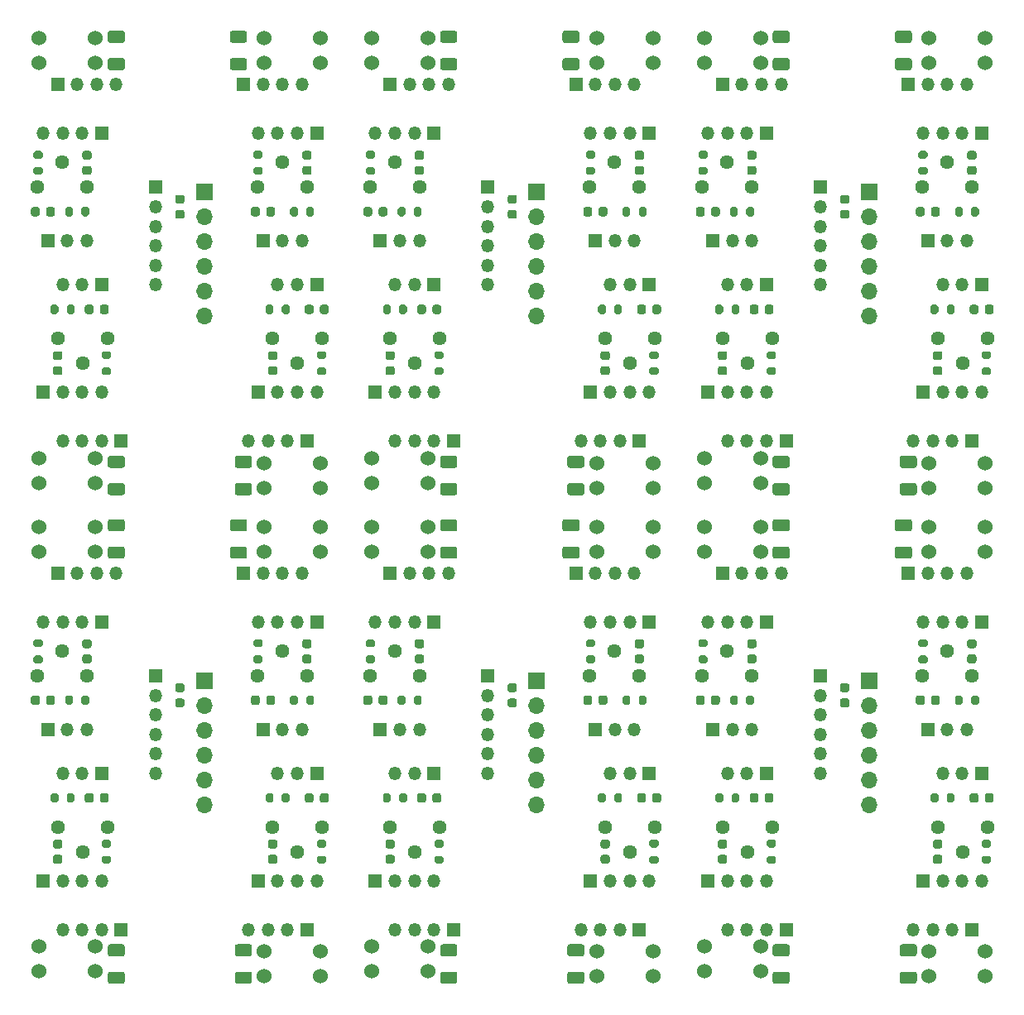
<source format=gbs>
%TF.GenerationSoftware,KiCad,Pcbnew,(5.1.8)-1*%
%TF.CreationDate,2021-01-20T16:08:38+09:00*%
%TF.ProjectId,LineSensorVer2,4c696e65-5365-46e7-936f-72566572322e,rev?*%
%TF.SameCoordinates,Original*%
%TF.FileFunction,Soldermask,Bot*%
%TF.FilePolarity,Negative*%
%FSLAX46Y46*%
G04 Gerber Fmt 4.6, Leading zero omitted, Abs format (unit mm)*
G04 Created by KiCad (PCBNEW (5.1.8)-1) date 2021-01-20 16:08:38*
%MOMM*%
%LPD*%
G01*
G04 APERTURE LIST*
%ADD10R,1.350000X1.350000*%
%ADD11O,1.350000X1.350000*%
%ADD12C,1.440000*%
%ADD13C,1.524000*%
%ADD14R,1.700000X1.700000*%
%ADD15O,1.700000X1.700000*%
G04 APERTURE END LIST*
D10*
%TO.C,J10*%
X75250000Y-85500000D03*
D11*
X77250000Y-85500000D03*
X79250000Y-85500000D03*
X81250000Y-85500000D03*
%TD*%
D10*
%TO.C,J6*%
X93250000Y-74500000D03*
D11*
X91250000Y-74500000D03*
X89250000Y-74500000D03*
%TD*%
%TO.C,D3*%
G36*
G01*
X94125000Y-91975000D02*
X95375000Y-91975000D01*
G75*
G02*
X95625000Y-92225000I0J-250000D01*
G01*
X95625000Y-92975000D01*
G75*
G02*
X95375000Y-93225000I-250000J0D01*
G01*
X94125000Y-93225000D01*
G75*
G02*
X93875000Y-92975000I0J250000D01*
G01*
X93875000Y-92225000D01*
G75*
G02*
X94125000Y-91975000I250000J0D01*
G01*
G37*
G36*
G01*
X94125000Y-94775000D02*
X95375000Y-94775000D01*
G75*
G02*
X95625000Y-95025000I0J-250000D01*
G01*
X95625000Y-95775000D01*
G75*
G02*
X95375000Y-96025000I-250000J0D01*
G01*
X94125000Y-96025000D01*
G75*
G02*
X93875000Y-95775000I0J250000D01*
G01*
X93875000Y-95025000D01*
G75*
G02*
X94125000Y-94775000I250000J0D01*
G01*
G37*
%TD*%
%TO.C,R1*%
G36*
G01*
X89525000Y-67275000D02*
X89525000Y-66725000D01*
G75*
G02*
X89725000Y-66525000I200000J0D01*
G01*
X90125000Y-66525000D01*
G75*
G02*
X90325000Y-66725000I0J-200000D01*
G01*
X90325000Y-67275000D01*
G75*
G02*
X90125000Y-67475000I-200000J0D01*
G01*
X89725000Y-67475000D01*
G75*
G02*
X89525000Y-67275000I0J200000D01*
G01*
G37*
G36*
G01*
X91175000Y-67275000D02*
X91175000Y-66725000D01*
G75*
G02*
X91375000Y-66525000I200000J0D01*
G01*
X91775000Y-66525000D01*
G75*
G02*
X91975000Y-66725000I0J-200000D01*
G01*
X91975000Y-67275000D01*
G75*
G02*
X91775000Y-67475000I-200000J0D01*
G01*
X91375000Y-67475000D01*
G75*
G02*
X91175000Y-67275000I0J200000D01*
G01*
G37*
%TD*%
D12*
%TO.C,RV1*%
X86670000Y-64500000D03*
X89210000Y-61960000D03*
X91750000Y-64500000D03*
%TD*%
D13*
%TO.C,U1*%
X92625000Y-51770000D03*
X92625000Y-49230000D03*
X86875000Y-49230000D03*
X86875000Y-51770000D03*
%TD*%
D10*
%TO.C,J14*%
X115250000Y-74500000D03*
D11*
X113250000Y-74500000D03*
X111250000Y-74500000D03*
%TD*%
%TO.C,R4*%
G36*
G01*
X93475000Y-81275000D02*
X94025000Y-81275000D01*
G75*
G02*
X94225000Y-81475000I0J-200000D01*
G01*
X94225000Y-81875000D01*
G75*
G02*
X94025000Y-82075000I-200000J0D01*
G01*
X93475000Y-82075000D01*
G75*
G02*
X93275000Y-81875000I0J200000D01*
G01*
X93275000Y-81475000D01*
G75*
G02*
X93475000Y-81275000I200000J0D01*
G01*
G37*
G36*
G01*
X93475000Y-82925000D02*
X94025000Y-82925000D01*
G75*
G02*
X94225000Y-83125000I0J-200000D01*
G01*
X94225000Y-83525000D01*
G75*
G02*
X94025000Y-83725000I-200000J0D01*
G01*
X93475000Y-83725000D01*
G75*
G02*
X93275000Y-83525000I0J200000D01*
G01*
X93275000Y-83125000D01*
G75*
G02*
X93475000Y-82925000I200000J0D01*
G01*
G37*
%TD*%
D10*
%TO.C,J5*%
X95250000Y-90500000D03*
D11*
X93250000Y-90500000D03*
X91250000Y-90500000D03*
X89250000Y-90500000D03*
%TD*%
D10*
%TO.C,J2*%
X88750000Y-54000000D03*
D11*
X90750000Y-54000000D03*
X92750000Y-54000000D03*
X94750000Y-54000000D03*
%TD*%
D10*
%TO.C,J12*%
X98750000Y-64500000D03*
D11*
X98750000Y-66500000D03*
X98750000Y-68500000D03*
X98750000Y-70500000D03*
X98750000Y-72500000D03*
X98750000Y-74500000D03*
%TD*%
%TO.C,D5*%
G36*
G01*
X107875000Y-52525000D02*
X106625000Y-52525000D01*
G75*
G02*
X106375000Y-52275000I0J250000D01*
G01*
X106375000Y-51525000D01*
G75*
G02*
X106625000Y-51275000I250000J0D01*
G01*
X107875000Y-51275000D01*
G75*
G02*
X108125000Y-51525000I0J-250000D01*
G01*
X108125000Y-52275000D01*
G75*
G02*
X107875000Y-52525000I-250000J0D01*
G01*
G37*
G36*
G01*
X107875000Y-49725000D02*
X106625000Y-49725000D01*
G75*
G02*
X106375000Y-49475000I0J250000D01*
G01*
X106375000Y-48725000D01*
G75*
G02*
X106625000Y-48475000I250000J0D01*
G01*
X107875000Y-48475000D01*
G75*
G02*
X108125000Y-48725000I0J-250000D01*
G01*
X108125000Y-49475000D01*
G75*
G02*
X107875000Y-49725000I-250000J0D01*
G01*
G37*
%TD*%
%TO.C,C8*%
G36*
G01*
X110975000Y-66750000D02*
X110975000Y-67250000D01*
G75*
G02*
X110750000Y-67475000I-225000J0D01*
G01*
X110300000Y-67475000D01*
G75*
G02*
X110075000Y-67250000I0J225000D01*
G01*
X110075000Y-66750000D01*
G75*
G02*
X110300000Y-66525000I225000J0D01*
G01*
X110750000Y-66525000D01*
G75*
G02*
X110975000Y-66750000I0J-225000D01*
G01*
G37*
G36*
G01*
X109425000Y-66750000D02*
X109425000Y-67250000D01*
G75*
G02*
X109200000Y-67475000I-225000J0D01*
G01*
X108750000Y-67475000D01*
G75*
G02*
X108525000Y-67250000I0J225000D01*
G01*
X108525000Y-66750000D01*
G75*
G02*
X108750000Y-66525000I225000J0D01*
G01*
X109200000Y-66525000D01*
G75*
G02*
X109425000Y-66750000I0J-225000D01*
G01*
G37*
%TD*%
D10*
%TO.C,J10*%
X109250000Y-85500000D03*
D11*
X111250000Y-85500000D03*
X113250000Y-85500000D03*
X115250000Y-85500000D03*
%TD*%
%TO.C,D1*%
G36*
G01*
X95375000Y-52525000D02*
X94125000Y-52525000D01*
G75*
G02*
X93875000Y-52275000I0J250000D01*
G01*
X93875000Y-51525000D01*
G75*
G02*
X94125000Y-51275000I250000J0D01*
G01*
X95375000Y-51275000D01*
G75*
G02*
X95625000Y-51525000I0J-250000D01*
G01*
X95625000Y-52275000D01*
G75*
G02*
X95375000Y-52525000I-250000J0D01*
G01*
G37*
G36*
G01*
X95375000Y-49725000D02*
X94125000Y-49725000D01*
G75*
G02*
X93875000Y-49475000I0J250000D01*
G01*
X93875000Y-48725000D01*
G75*
G02*
X94125000Y-48475000I250000J0D01*
G01*
X95375000Y-48475000D01*
G75*
G02*
X95625000Y-48725000I0J-250000D01*
G01*
X95625000Y-49475000D01*
G75*
G02*
X95375000Y-49725000I-250000J0D01*
G01*
G37*
%TD*%
%TO.C,C2*%
G36*
G01*
X88475000Y-66750000D02*
X88475000Y-67250000D01*
G75*
G02*
X88250000Y-67475000I-225000J0D01*
G01*
X87800000Y-67475000D01*
G75*
G02*
X87575000Y-67250000I0J225000D01*
G01*
X87575000Y-66750000D01*
G75*
G02*
X87800000Y-66525000I225000J0D01*
G01*
X88250000Y-66525000D01*
G75*
G02*
X88475000Y-66750000I0J-225000D01*
G01*
G37*
G36*
G01*
X86925000Y-66750000D02*
X86925000Y-67250000D01*
G75*
G02*
X86700000Y-67475000I-225000J0D01*
G01*
X86250000Y-67475000D01*
G75*
G02*
X86025000Y-67250000I0J225000D01*
G01*
X86025000Y-66750000D01*
G75*
G02*
X86250000Y-66525000I225000J0D01*
G01*
X86700000Y-66525000D01*
G75*
G02*
X86925000Y-66750000I0J-225000D01*
G01*
G37*
%TD*%
D13*
%TO.C,U3*%
X109875000Y-49230000D03*
X109875000Y-51770000D03*
X115625000Y-51770000D03*
X115625000Y-49230000D03*
%TD*%
%TO.C,C4*%
G36*
G01*
X88500000Y-81275000D02*
X89000000Y-81275000D01*
G75*
G02*
X89225000Y-81500000I0J-225000D01*
G01*
X89225000Y-81950000D01*
G75*
G02*
X89000000Y-82175000I-225000J0D01*
G01*
X88500000Y-82175000D01*
G75*
G02*
X88275000Y-81950000I0J225000D01*
G01*
X88275000Y-81500000D01*
G75*
G02*
X88500000Y-81275000I225000J0D01*
G01*
G37*
G36*
G01*
X88500000Y-82825000D02*
X89000000Y-82825000D01*
G75*
G02*
X89225000Y-83050000I0J-225000D01*
G01*
X89225000Y-83500000D01*
G75*
G02*
X89000000Y-83725000I-225000J0D01*
G01*
X88500000Y-83725000D01*
G75*
G02*
X88275000Y-83500000I0J225000D01*
G01*
X88275000Y-83050000D01*
G75*
G02*
X88500000Y-82825000I225000J0D01*
G01*
G37*
%TD*%
%TO.C,U4*%
X109875000Y-92730000D03*
X109875000Y-95270000D03*
X115625000Y-95270000D03*
X115625000Y-92730000D03*
%TD*%
%TO.C,C1*%
G36*
G01*
X92000000Y-63225000D02*
X91500000Y-63225000D01*
G75*
G02*
X91275000Y-63000000I0J225000D01*
G01*
X91275000Y-62550000D01*
G75*
G02*
X91500000Y-62325000I225000J0D01*
G01*
X92000000Y-62325000D01*
G75*
G02*
X92225000Y-62550000I0J-225000D01*
G01*
X92225000Y-63000000D01*
G75*
G02*
X92000000Y-63225000I-225000J0D01*
G01*
G37*
G36*
G01*
X92000000Y-61675000D02*
X91500000Y-61675000D01*
G75*
G02*
X91275000Y-61450000I0J225000D01*
G01*
X91275000Y-61000000D01*
G75*
G02*
X91500000Y-60775000I225000J0D01*
G01*
X92000000Y-60775000D01*
G75*
G02*
X92225000Y-61000000I0J-225000D01*
G01*
X92225000Y-61450000D01*
G75*
G02*
X92000000Y-61675000I-225000J0D01*
G01*
G37*
%TD*%
%TO.C,C7*%
G36*
G01*
X114500000Y-63225000D02*
X114000000Y-63225000D01*
G75*
G02*
X113775000Y-63000000I0J225000D01*
G01*
X113775000Y-62550000D01*
G75*
G02*
X114000000Y-62325000I225000J0D01*
G01*
X114500000Y-62325000D01*
G75*
G02*
X114725000Y-62550000I0J-225000D01*
G01*
X114725000Y-63000000D01*
G75*
G02*
X114500000Y-63225000I-225000J0D01*
G01*
G37*
G36*
G01*
X114500000Y-61675000D02*
X114000000Y-61675000D01*
G75*
G02*
X113775000Y-61450000I0J225000D01*
G01*
X113775000Y-61000000D01*
G75*
G02*
X114000000Y-60775000I225000J0D01*
G01*
X114500000Y-60775000D01*
G75*
G02*
X114725000Y-61000000I0J-225000D01*
G01*
X114725000Y-61450000D01*
G75*
G02*
X114500000Y-61675000I-225000J0D01*
G01*
G37*
%TD*%
%TO.C,U2*%
X92625000Y-94770000D03*
X92625000Y-92230000D03*
X86875000Y-92230000D03*
X86875000Y-94770000D03*
%TD*%
%TO.C,C10*%
G36*
G01*
X101500000Y-67725000D02*
X101000000Y-67725000D01*
G75*
G02*
X100775000Y-67500000I0J225000D01*
G01*
X100775000Y-67050000D01*
G75*
G02*
X101000000Y-66825000I225000J0D01*
G01*
X101500000Y-66825000D01*
G75*
G02*
X101725000Y-67050000I0J-225000D01*
G01*
X101725000Y-67500000D01*
G75*
G02*
X101500000Y-67725000I-225000J0D01*
G01*
G37*
G36*
G01*
X101500000Y-66175000D02*
X101000000Y-66175000D01*
G75*
G02*
X100775000Y-65950000I0J225000D01*
G01*
X100775000Y-65500000D01*
G75*
G02*
X101000000Y-65275000I225000J0D01*
G01*
X101500000Y-65275000D01*
G75*
G02*
X101725000Y-65500000I0J-225000D01*
G01*
X101725000Y-65950000D01*
G75*
G02*
X101500000Y-66175000I-225000J0D01*
G01*
G37*
%TD*%
D10*
%TO.C,J11*%
X114250000Y-90500000D03*
D11*
X112250000Y-90500000D03*
X110250000Y-90500000D03*
X108250000Y-90500000D03*
%TD*%
%TO.C,C11*%
G36*
G01*
X110500000Y-81275000D02*
X111000000Y-81275000D01*
G75*
G02*
X111225000Y-81500000I0J-225000D01*
G01*
X111225000Y-81950000D01*
G75*
G02*
X111000000Y-82175000I-225000J0D01*
G01*
X110500000Y-82175000D01*
G75*
G02*
X110275000Y-81950000I0J225000D01*
G01*
X110275000Y-81500000D01*
G75*
G02*
X110500000Y-81275000I225000J0D01*
G01*
G37*
G36*
G01*
X110500000Y-82825000D02*
X111000000Y-82825000D01*
G75*
G02*
X111225000Y-83050000I0J-225000D01*
G01*
X111225000Y-83500000D01*
G75*
G02*
X111000000Y-83725000I-225000J0D01*
G01*
X110500000Y-83725000D01*
G75*
G02*
X110275000Y-83500000I0J225000D01*
G01*
X110275000Y-83050000D01*
G75*
G02*
X110500000Y-82825000I225000J0D01*
G01*
G37*
%TD*%
D10*
%TO.C,J8*%
X107750000Y-54000000D03*
D11*
X109750000Y-54000000D03*
X111750000Y-54000000D03*
X113750000Y-54000000D03*
%TD*%
%TO.C,R6*%
G36*
G01*
X109525000Y-63225000D02*
X108975000Y-63225000D01*
G75*
G02*
X108775000Y-63025000I0J200000D01*
G01*
X108775000Y-62625000D01*
G75*
G02*
X108975000Y-62425000I200000J0D01*
G01*
X109525000Y-62425000D01*
G75*
G02*
X109725000Y-62625000I0J-200000D01*
G01*
X109725000Y-63025000D01*
G75*
G02*
X109525000Y-63225000I-200000J0D01*
G01*
G37*
G36*
G01*
X109525000Y-61575000D02*
X108975000Y-61575000D01*
G75*
G02*
X108775000Y-61375000I0J200000D01*
G01*
X108775000Y-60975000D01*
G75*
G02*
X108975000Y-60775000I200000J0D01*
G01*
X109525000Y-60775000D01*
G75*
G02*
X109725000Y-60975000I0J-200000D01*
G01*
X109725000Y-61375000D01*
G75*
G02*
X109525000Y-61575000I-200000J0D01*
G01*
G37*
%TD*%
%TO.C,R7*%
G36*
G01*
X112475000Y-76725000D02*
X112475000Y-77275000D01*
G75*
G02*
X112275000Y-77475000I-200000J0D01*
G01*
X111875000Y-77475000D01*
G75*
G02*
X111675000Y-77275000I0J200000D01*
G01*
X111675000Y-76725000D01*
G75*
G02*
X111875000Y-76525000I200000J0D01*
G01*
X112275000Y-76525000D01*
G75*
G02*
X112475000Y-76725000I0J-200000D01*
G01*
G37*
G36*
G01*
X110825000Y-76725000D02*
X110825000Y-77275000D01*
G75*
G02*
X110625000Y-77475000I-200000J0D01*
G01*
X110225000Y-77475000D01*
G75*
G02*
X110025000Y-77275000I0J200000D01*
G01*
X110025000Y-76725000D01*
G75*
G02*
X110225000Y-76525000I200000J0D01*
G01*
X110625000Y-76525000D01*
G75*
G02*
X110825000Y-76725000I0J-200000D01*
G01*
G37*
%TD*%
%TO.C,R8*%
G36*
G01*
X115475000Y-81275000D02*
X116025000Y-81275000D01*
G75*
G02*
X116225000Y-81475000I0J-200000D01*
G01*
X116225000Y-81875000D01*
G75*
G02*
X116025000Y-82075000I-200000J0D01*
G01*
X115475000Y-82075000D01*
G75*
G02*
X115275000Y-81875000I0J200000D01*
G01*
X115275000Y-81475000D01*
G75*
G02*
X115475000Y-81275000I200000J0D01*
G01*
G37*
G36*
G01*
X115475000Y-82925000D02*
X116025000Y-82925000D01*
G75*
G02*
X116225000Y-83125000I0J-200000D01*
G01*
X116225000Y-83525000D01*
G75*
G02*
X116025000Y-83725000I-200000J0D01*
G01*
X115475000Y-83725000D01*
G75*
G02*
X115275000Y-83525000I0J200000D01*
G01*
X115275000Y-83125000D01*
G75*
G02*
X115475000Y-82925000I200000J0D01*
G01*
G37*
%TD*%
D12*
%TO.C,RV3*%
X109170000Y-64500000D03*
X111710000Y-61960000D03*
X114250000Y-64500000D03*
%TD*%
D10*
%TO.C,J1*%
X93250000Y-59000000D03*
D11*
X91250000Y-59000000D03*
X89250000Y-59000000D03*
X87250000Y-59000000D03*
%TD*%
D10*
%TO.C,J3*%
X87750000Y-70000000D03*
D11*
X89750000Y-70000000D03*
X91750000Y-70000000D03*
%TD*%
D14*
%TO.C,J13*%
X103750000Y-65000000D03*
D15*
X103750000Y-67540000D03*
X103750000Y-70080000D03*
X103750000Y-72620000D03*
X103750000Y-75160000D03*
X103750000Y-77700000D03*
%TD*%
D10*
%TO.C,J7*%
X115250000Y-59000000D03*
D11*
X113250000Y-59000000D03*
X111250000Y-59000000D03*
X109250000Y-59000000D03*
%TD*%
D12*
%TO.C,RV2*%
X93830000Y-80000000D03*
X91290000Y-82540000D03*
X88750000Y-80000000D03*
%TD*%
%TO.C,RV4*%
X115830000Y-80000000D03*
X113290000Y-82540000D03*
X110750000Y-80000000D03*
%TD*%
%TO.C,D7*%
G36*
G01*
X107125000Y-91975000D02*
X108375000Y-91975000D01*
G75*
G02*
X108625000Y-92225000I0J-250000D01*
G01*
X108625000Y-92975000D01*
G75*
G02*
X108375000Y-93225000I-250000J0D01*
G01*
X107125000Y-93225000D01*
G75*
G02*
X106875000Y-92975000I0J250000D01*
G01*
X106875000Y-92225000D01*
G75*
G02*
X107125000Y-91975000I250000J0D01*
G01*
G37*
G36*
G01*
X107125000Y-94775000D02*
X108375000Y-94775000D01*
G75*
G02*
X108625000Y-95025000I0J-250000D01*
G01*
X108625000Y-95775000D01*
G75*
G02*
X108375000Y-96025000I-250000J0D01*
G01*
X107125000Y-96025000D01*
G75*
G02*
X106875000Y-95775000I0J250000D01*
G01*
X106875000Y-95025000D01*
G75*
G02*
X107125000Y-94775000I250000J0D01*
G01*
G37*
%TD*%
%TO.C,R3*%
G36*
G01*
X90475000Y-76725000D02*
X90475000Y-77275000D01*
G75*
G02*
X90275000Y-77475000I-200000J0D01*
G01*
X89875000Y-77475000D01*
G75*
G02*
X89675000Y-77275000I0J200000D01*
G01*
X89675000Y-76725000D01*
G75*
G02*
X89875000Y-76525000I200000J0D01*
G01*
X90275000Y-76525000D01*
G75*
G02*
X90475000Y-76725000I0J-200000D01*
G01*
G37*
G36*
G01*
X88825000Y-76725000D02*
X88825000Y-77275000D01*
G75*
G02*
X88625000Y-77475000I-200000J0D01*
G01*
X88225000Y-77475000D01*
G75*
G02*
X88025000Y-77275000I0J200000D01*
G01*
X88025000Y-76725000D01*
G75*
G02*
X88225000Y-76525000I200000J0D01*
G01*
X88625000Y-76525000D01*
G75*
G02*
X88825000Y-76725000I0J-200000D01*
G01*
G37*
%TD*%
%TO.C,R2*%
G36*
G01*
X87025000Y-63225000D02*
X86475000Y-63225000D01*
G75*
G02*
X86275000Y-63025000I0J200000D01*
G01*
X86275000Y-62625000D01*
G75*
G02*
X86475000Y-62425000I200000J0D01*
G01*
X87025000Y-62425000D01*
G75*
G02*
X87225000Y-62625000I0J-200000D01*
G01*
X87225000Y-63025000D01*
G75*
G02*
X87025000Y-63225000I-200000J0D01*
G01*
G37*
G36*
G01*
X87025000Y-61575000D02*
X86475000Y-61575000D01*
G75*
G02*
X86275000Y-61375000I0J200000D01*
G01*
X86275000Y-60975000D01*
G75*
G02*
X86475000Y-60775000I200000J0D01*
G01*
X87025000Y-60775000D01*
G75*
G02*
X87225000Y-60975000I0J-200000D01*
G01*
X87225000Y-61375000D01*
G75*
G02*
X87025000Y-61575000I-200000J0D01*
G01*
G37*
%TD*%
%TO.C,C5*%
G36*
G01*
X91525000Y-77250000D02*
X91525000Y-76750000D01*
G75*
G02*
X91750000Y-76525000I225000J0D01*
G01*
X92200000Y-76525000D01*
G75*
G02*
X92425000Y-76750000I0J-225000D01*
G01*
X92425000Y-77250000D01*
G75*
G02*
X92200000Y-77475000I-225000J0D01*
G01*
X91750000Y-77475000D01*
G75*
G02*
X91525000Y-77250000I0J225000D01*
G01*
G37*
G36*
G01*
X93075000Y-77250000D02*
X93075000Y-76750000D01*
G75*
G02*
X93300000Y-76525000I225000J0D01*
G01*
X93750000Y-76525000D01*
G75*
G02*
X93975000Y-76750000I0J-225000D01*
G01*
X93975000Y-77250000D01*
G75*
G02*
X93750000Y-77475000I-225000J0D01*
G01*
X93300000Y-77475000D01*
G75*
G02*
X93075000Y-77250000I0J225000D01*
G01*
G37*
%TD*%
D10*
%TO.C,J9*%
X109750000Y-70000000D03*
D11*
X111750000Y-70000000D03*
X113750000Y-70000000D03*
%TD*%
%TO.C,R5*%
G36*
G01*
X112525000Y-67275000D02*
X112525000Y-66725000D01*
G75*
G02*
X112725000Y-66525000I200000J0D01*
G01*
X113125000Y-66525000D01*
G75*
G02*
X113325000Y-66725000I0J-200000D01*
G01*
X113325000Y-67275000D01*
G75*
G02*
X113125000Y-67475000I-200000J0D01*
G01*
X112725000Y-67475000D01*
G75*
G02*
X112525000Y-67275000I0J200000D01*
G01*
G37*
G36*
G01*
X114175000Y-67275000D02*
X114175000Y-66725000D01*
G75*
G02*
X114375000Y-66525000I200000J0D01*
G01*
X114775000Y-66525000D01*
G75*
G02*
X114975000Y-66725000I0J-200000D01*
G01*
X114975000Y-67275000D01*
G75*
G02*
X114775000Y-67475000I-200000J0D01*
G01*
X114375000Y-67475000D01*
G75*
G02*
X114175000Y-67275000I0J200000D01*
G01*
G37*
%TD*%
D10*
%TO.C,J4*%
X87250000Y-85500000D03*
D11*
X89250000Y-85500000D03*
X91250000Y-85500000D03*
X93250000Y-85500000D03*
%TD*%
%TO.C,C12*%
G36*
G01*
X114025000Y-77250000D02*
X114025000Y-76750000D01*
G75*
G02*
X114250000Y-76525000I225000J0D01*
G01*
X114700000Y-76525000D01*
G75*
G02*
X114925000Y-76750000I0J-225000D01*
G01*
X114925000Y-77250000D01*
G75*
G02*
X114700000Y-77475000I-225000J0D01*
G01*
X114250000Y-77475000D01*
G75*
G02*
X114025000Y-77250000I0J225000D01*
G01*
G37*
G36*
G01*
X115575000Y-77250000D02*
X115575000Y-76750000D01*
G75*
G02*
X115800000Y-76525000I225000J0D01*
G01*
X116250000Y-76525000D01*
G75*
G02*
X116475000Y-76750000I0J-225000D01*
G01*
X116475000Y-77250000D01*
G75*
G02*
X116250000Y-77475000I-225000J0D01*
G01*
X115800000Y-77475000D01*
G75*
G02*
X115575000Y-77250000I0J225000D01*
G01*
G37*
%TD*%
%TO.C,J9*%
X147750000Y-70000000D03*
X145750000Y-70000000D03*
D10*
X143750000Y-70000000D03*
%TD*%
%TO.C,R5*%
G36*
G01*
X148175000Y-67275000D02*
X148175000Y-66725000D01*
G75*
G02*
X148375000Y-66525000I200000J0D01*
G01*
X148775000Y-66525000D01*
G75*
G02*
X148975000Y-66725000I0J-200000D01*
G01*
X148975000Y-67275000D01*
G75*
G02*
X148775000Y-67475000I-200000J0D01*
G01*
X148375000Y-67475000D01*
G75*
G02*
X148175000Y-67275000I0J200000D01*
G01*
G37*
G36*
G01*
X146525000Y-67275000D02*
X146525000Y-66725000D01*
G75*
G02*
X146725000Y-66525000I200000J0D01*
G01*
X147125000Y-66525000D01*
G75*
G02*
X147325000Y-66725000I0J-200000D01*
G01*
X147325000Y-67275000D01*
G75*
G02*
X147125000Y-67475000I-200000J0D01*
G01*
X146725000Y-67475000D01*
G75*
G02*
X146525000Y-67275000I0J200000D01*
G01*
G37*
%TD*%
%TO.C,C5*%
G36*
G01*
X127075000Y-77250000D02*
X127075000Y-76750000D01*
G75*
G02*
X127300000Y-76525000I225000J0D01*
G01*
X127750000Y-76525000D01*
G75*
G02*
X127975000Y-76750000I0J-225000D01*
G01*
X127975000Y-77250000D01*
G75*
G02*
X127750000Y-77475000I-225000J0D01*
G01*
X127300000Y-77475000D01*
G75*
G02*
X127075000Y-77250000I0J225000D01*
G01*
G37*
G36*
G01*
X125525000Y-77250000D02*
X125525000Y-76750000D01*
G75*
G02*
X125750000Y-76525000I225000J0D01*
G01*
X126200000Y-76525000D01*
G75*
G02*
X126425000Y-76750000I0J-225000D01*
G01*
X126425000Y-77250000D01*
G75*
G02*
X126200000Y-77475000I-225000J0D01*
G01*
X125750000Y-77475000D01*
G75*
G02*
X125525000Y-77250000I0J225000D01*
G01*
G37*
%TD*%
%TO.C,R3*%
G36*
G01*
X122825000Y-76725000D02*
X122825000Y-77275000D01*
G75*
G02*
X122625000Y-77475000I-200000J0D01*
G01*
X122225000Y-77475000D01*
G75*
G02*
X122025000Y-77275000I0J200000D01*
G01*
X122025000Y-76725000D01*
G75*
G02*
X122225000Y-76525000I200000J0D01*
G01*
X122625000Y-76525000D01*
G75*
G02*
X122825000Y-76725000I0J-200000D01*
G01*
G37*
G36*
G01*
X124475000Y-76725000D02*
X124475000Y-77275000D01*
G75*
G02*
X124275000Y-77475000I-200000J0D01*
G01*
X123875000Y-77475000D01*
G75*
G02*
X123675000Y-77275000I0J200000D01*
G01*
X123675000Y-76725000D01*
G75*
G02*
X123875000Y-76525000I200000J0D01*
G01*
X124275000Y-76525000D01*
G75*
G02*
X124475000Y-76725000I0J-200000D01*
G01*
G37*
%TD*%
D11*
%TO.C,J4*%
X127250000Y-85500000D03*
X125250000Y-85500000D03*
X123250000Y-85500000D03*
D10*
X121250000Y-85500000D03*
%TD*%
%TO.C,R2*%
G36*
G01*
X121025000Y-61575000D02*
X120475000Y-61575000D01*
G75*
G02*
X120275000Y-61375000I0J200000D01*
G01*
X120275000Y-60975000D01*
G75*
G02*
X120475000Y-60775000I200000J0D01*
G01*
X121025000Y-60775000D01*
G75*
G02*
X121225000Y-60975000I0J-200000D01*
G01*
X121225000Y-61375000D01*
G75*
G02*
X121025000Y-61575000I-200000J0D01*
G01*
G37*
G36*
G01*
X121025000Y-63225000D02*
X120475000Y-63225000D01*
G75*
G02*
X120275000Y-63025000I0J200000D01*
G01*
X120275000Y-62625000D01*
G75*
G02*
X120475000Y-62425000I200000J0D01*
G01*
X121025000Y-62425000D01*
G75*
G02*
X121225000Y-62625000I0J-200000D01*
G01*
X121225000Y-63025000D01*
G75*
G02*
X121025000Y-63225000I-200000J0D01*
G01*
G37*
%TD*%
%TO.C,C12*%
G36*
G01*
X149575000Y-77250000D02*
X149575000Y-76750000D01*
G75*
G02*
X149800000Y-76525000I225000J0D01*
G01*
X150250000Y-76525000D01*
G75*
G02*
X150475000Y-76750000I0J-225000D01*
G01*
X150475000Y-77250000D01*
G75*
G02*
X150250000Y-77475000I-225000J0D01*
G01*
X149800000Y-77475000D01*
G75*
G02*
X149575000Y-77250000I0J225000D01*
G01*
G37*
G36*
G01*
X148025000Y-77250000D02*
X148025000Y-76750000D01*
G75*
G02*
X148250000Y-76525000I225000J0D01*
G01*
X148700000Y-76525000D01*
G75*
G02*
X148925000Y-76750000I0J-225000D01*
G01*
X148925000Y-77250000D01*
G75*
G02*
X148700000Y-77475000I-225000J0D01*
G01*
X148250000Y-77475000D01*
G75*
G02*
X148025000Y-77250000I0J225000D01*
G01*
G37*
%TD*%
D11*
%TO.C,J6*%
X123250000Y-74500000D03*
X125250000Y-74500000D03*
D10*
X127250000Y-74500000D03*
%TD*%
D11*
%TO.C,J14*%
X145250000Y-74500000D03*
X147250000Y-74500000D03*
D10*
X149250000Y-74500000D03*
%TD*%
D11*
%TO.C,J5*%
X123250000Y-90500000D03*
X125250000Y-90500000D03*
X127250000Y-90500000D03*
D10*
X129250000Y-90500000D03*
%TD*%
%TO.C,R4*%
G36*
G01*
X127475000Y-82925000D02*
X128025000Y-82925000D01*
G75*
G02*
X128225000Y-83125000I0J-200000D01*
G01*
X128225000Y-83525000D01*
G75*
G02*
X128025000Y-83725000I-200000J0D01*
G01*
X127475000Y-83725000D01*
G75*
G02*
X127275000Y-83525000I0J200000D01*
G01*
X127275000Y-83125000D01*
G75*
G02*
X127475000Y-82925000I200000J0D01*
G01*
G37*
G36*
G01*
X127475000Y-81275000D02*
X128025000Y-81275000D01*
G75*
G02*
X128225000Y-81475000I0J-200000D01*
G01*
X128225000Y-81875000D01*
G75*
G02*
X128025000Y-82075000I-200000J0D01*
G01*
X127475000Y-82075000D01*
G75*
G02*
X127275000Y-81875000I0J200000D01*
G01*
X127275000Y-81475000D01*
G75*
G02*
X127475000Y-81275000I200000J0D01*
G01*
G37*
%TD*%
%TO.C,D3*%
G36*
G01*
X128125000Y-94775000D02*
X129375000Y-94775000D01*
G75*
G02*
X129625000Y-95025000I0J-250000D01*
G01*
X129625000Y-95775000D01*
G75*
G02*
X129375000Y-96025000I-250000J0D01*
G01*
X128125000Y-96025000D01*
G75*
G02*
X127875000Y-95775000I0J250000D01*
G01*
X127875000Y-95025000D01*
G75*
G02*
X128125000Y-94775000I250000J0D01*
G01*
G37*
G36*
G01*
X128125000Y-91975000D02*
X129375000Y-91975000D01*
G75*
G02*
X129625000Y-92225000I0J-250000D01*
G01*
X129625000Y-92975000D01*
G75*
G02*
X129375000Y-93225000I-250000J0D01*
G01*
X128125000Y-93225000D01*
G75*
G02*
X127875000Y-92975000I0J250000D01*
G01*
X127875000Y-92225000D01*
G75*
G02*
X128125000Y-91975000I250000J0D01*
G01*
G37*
%TD*%
D11*
%TO.C,J12*%
X132750000Y-74500000D03*
X132750000Y-72500000D03*
X132750000Y-70500000D03*
X132750000Y-68500000D03*
X132750000Y-66500000D03*
D10*
X132750000Y-64500000D03*
%TD*%
%TO.C,R1*%
G36*
G01*
X125175000Y-67275000D02*
X125175000Y-66725000D01*
G75*
G02*
X125375000Y-66525000I200000J0D01*
G01*
X125775000Y-66525000D01*
G75*
G02*
X125975000Y-66725000I0J-200000D01*
G01*
X125975000Y-67275000D01*
G75*
G02*
X125775000Y-67475000I-200000J0D01*
G01*
X125375000Y-67475000D01*
G75*
G02*
X125175000Y-67275000I0J200000D01*
G01*
G37*
G36*
G01*
X123525000Y-67275000D02*
X123525000Y-66725000D01*
G75*
G02*
X123725000Y-66525000I200000J0D01*
G01*
X124125000Y-66525000D01*
G75*
G02*
X124325000Y-66725000I0J-200000D01*
G01*
X124325000Y-67275000D01*
G75*
G02*
X124125000Y-67475000I-200000J0D01*
G01*
X123725000Y-67475000D01*
G75*
G02*
X123525000Y-67275000I0J200000D01*
G01*
G37*
%TD*%
%TO.C,D5*%
G36*
G01*
X141875000Y-49725000D02*
X140625000Y-49725000D01*
G75*
G02*
X140375000Y-49475000I0J250000D01*
G01*
X140375000Y-48725000D01*
G75*
G02*
X140625000Y-48475000I250000J0D01*
G01*
X141875000Y-48475000D01*
G75*
G02*
X142125000Y-48725000I0J-250000D01*
G01*
X142125000Y-49475000D01*
G75*
G02*
X141875000Y-49725000I-250000J0D01*
G01*
G37*
G36*
G01*
X141875000Y-52525000D02*
X140625000Y-52525000D01*
G75*
G02*
X140375000Y-52275000I0J250000D01*
G01*
X140375000Y-51525000D01*
G75*
G02*
X140625000Y-51275000I250000J0D01*
G01*
X141875000Y-51275000D01*
G75*
G02*
X142125000Y-51525000I0J-250000D01*
G01*
X142125000Y-52275000D01*
G75*
G02*
X141875000Y-52525000I-250000J0D01*
G01*
G37*
%TD*%
%TO.C,C8*%
G36*
G01*
X143425000Y-66750000D02*
X143425000Y-67250000D01*
G75*
G02*
X143200000Y-67475000I-225000J0D01*
G01*
X142750000Y-67475000D01*
G75*
G02*
X142525000Y-67250000I0J225000D01*
G01*
X142525000Y-66750000D01*
G75*
G02*
X142750000Y-66525000I225000J0D01*
G01*
X143200000Y-66525000D01*
G75*
G02*
X143425000Y-66750000I0J-225000D01*
G01*
G37*
G36*
G01*
X144975000Y-66750000D02*
X144975000Y-67250000D01*
G75*
G02*
X144750000Y-67475000I-225000J0D01*
G01*
X144300000Y-67475000D01*
G75*
G02*
X144075000Y-67250000I0J225000D01*
G01*
X144075000Y-66750000D01*
G75*
G02*
X144300000Y-66525000I225000J0D01*
G01*
X144750000Y-66525000D01*
G75*
G02*
X144975000Y-66750000I0J-225000D01*
G01*
G37*
%TD*%
D13*
%TO.C,U1*%
X120875000Y-51770000D03*
X120875000Y-49230000D03*
X126625000Y-49230000D03*
X126625000Y-51770000D03*
%TD*%
D11*
%TO.C,J10*%
X149250000Y-85500000D03*
X147250000Y-85500000D03*
X145250000Y-85500000D03*
D10*
X143250000Y-85500000D03*
%TD*%
D11*
%TO.C,J2*%
X128750000Y-54000000D03*
X126750000Y-54000000D03*
X124750000Y-54000000D03*
D10*
X122750000Y-54000000D03*
%TD*%
%TO.C,D1*%
G36*
G01*
X129375000Y-49725000D02*
X128125000Y-49725000D01*
G75*
G02*
X127875000Y-49475000I0J250000D01*
G01*
X127875000Y-48725000D01*
G75*
G02*
X128125000Y-48475000I250000J0D01*
G01*
X129375000Y-48475000D01*
G75*
G02*
X129625000Y-48725000I0J-250000D01*
G01*
X129625000Y-49475000D01*
G75*
G02*
X129375000Y-49725000I-250000J0D01*
G01*
G37*
G36*
G01*
X129375000Y-52525000D02*
X128125000Y-52525000D01*
G75*
G02*
X127875000Y-52275000I0J250000D01*
G01*
X127875000Y-51525000D01*
G75*
G02*
X128125000Y-51275000I250000J0D01*
G01*
X129375000Y-51275000D01*
G75*
G02*
X129625000Y-51525000I0J-250000D01*
G01*
X129625000Y-52275000D01*
G75*
G02*
X129375000Y-52525000I-250000J0D01*
G01*
G37*
%TD*%
D12*
%TO.C,RV1*%
X125750000Y-64500000D03*
X123210000Y-61960000D03*
X120670000Y-64500000D03*
%TD*%
%TO.C,C2*%
G36*
G01*
X120925000Y-66750000D02*
X120925000Y-67250000D01*
G75*
G02*
X120700000Y-67475000I-225000J0D01*
G01*
X120250000Y-67475000D01*
G75*
G02*
X120025000Y-67250000I0J225000D01*
G01*
X120025000Y-66750000D01*
G75*
G02*
X120250000Y-66525000I225000J0D01*
G01*
X120700000Y-66525000D01*
G75*
G02*
X120925000Y-66750000I0J-225000D01*
G01*
G37*
G36*
G01*
X122475000Y-66750000D02*
X122475000Y-67250000D01*
G75*
G02*
X122250000Y-67475000I-225000J0D01*
G01*
X121800000Y-67475000D01*
G75*
G02*
X121575000Y-67250000I0J225000D01*
G01*
X121575000Y-66750000D01*
G75*
G02*
X121800000Y-66525000I225000J0D01*
G01*
X122250000Y-66525000D01*
G75*
G02*
X122475000Y-66750000I0J-225000D01*
G01*
G37*
%TD*%
D13*
%TO.C,U3*%
X149625000Y-49230000D03*
X149625000Y-51770000D03*
X143875000Y-51770000D03*
X143875000Y-49230000D03*
%TD*%
%TO.C,C4*%
G36*
G01*
X122500000Y-82825000D02*
X123000000Y-82825000D01*
G75*
G02*
X123225000Y-83050000I0J-225000D01*
G01*
X123225000Y-83500000D01*
G75*
G02*
X123000000Y-83725000I-225000J0D01*
G01*
X122500000Y-83725000D01*
G75*
G02*
X122275000Y-83500000I0J225000D01*
G01*
X122275000Y-83050000D01*
G75*
G02*
X122500000Y-82825000I225000J0D01*
G01*
G37*
G36*
G01*
X122500000Y-81275000D02*
X123000000Y-81275000D01*
G75*
G02*
X123225000Y-81500000I0J-225000D01*
G01*
X123225000Y-81950000D01*
G75*
G02*
X123000000Y-82175000I-225000J0D01*
G01*
X122500000Y-82175000D01*
G75*
G02*
X122275000Y-81950000I0J225000D01*
G01*
X122275000Y-81500000D01*
G75*
G02*
X122500000Y-81275000I225000J0D01*
G01*
G37*
%TD*%
D11*
%TO.C,J3*%
X125750000Y-70000000D03*
X123750000Y-70000000D03*
D10*
X121750000Y-70000000D03*
%TD*%
D11*
%TO.C,J1*%
X121250000Y-59000000D03*
X123250000Y-59000000D03*
X125250000Y-59000000D03*
D10*
X127250000Y-59000000D03*
%TD*%
D13*
%TO.C,U4*%
X149625000Y-92730000D03*
X149625000Y-95270000D03*
X143875000Y-95270000D03*
X143875000Y-92730000D03*
%TD*%
D15*
%TO.C,J13*%
X137750000Y-77700000D03*
X137750000Y-75160000D03*
X137750000Y-72620000D03*
X137750000Y-70080000D03*
X137750000Y-67540000D03*
D14*
X137750000Y-65000000D03*
%TD*%
%TO.C,C1*%
G36*
G01*
X126000000Y-61675000D02*
X125500000Y-61675000D01*
G75*
G02*
X125275000Y-61450000I0J225000D01*
G01*
X125275000Y-61000000D01*
G75*
G02*
X125500000Y-60775000I225000J0D01*
G01*
X126000000Y-60775000D01*
G75*
G02*
X126225000Y-61000000I0J-225000D01*
G01*
X126225000Y-61450000D01*
G75*
G02*
X126000000Y-61675000I-225000J0D01*
G01*
G37*
G36*
G01*
X126000000Y-63225000D02*
X125500000Y-63225000D01*
G75*
G02*
X125275000Y-63000000I0J225000D01*
G01*
X125275000Y-62550000D01*
G75*
G02*
X125500000Y-62325000I225000J0D01*
G01*
X126000000Y-62325000D01*
G75*
G02*
X126225000Y-62550000I0J-225000D01*
G01*
X126225000Y-63000000D01*
G75*
G02*
X126000000Y-63225000I-225000J0D01*
G01*
G37*
%TD*%
%TO.C,C7*%
G36*
G01*
X148500000Y-61675000D02*
X148000000Y-61675000D01*
G75*
G02*
X147775000Y-61450000I0J225000D01*
G01*
X147775000Y-61000000D01*
G75*
G02*
X148000000Y-60775000I225000J0D01*
G01*
X148500000Y-60775000D01*
G75*
G02*
X148725000Y-61000000I0J-225000D01*
G01*
X148725000Y-61450000D01*
G75*
G02*
X148500000Y-61675000I-225000J0D01*
G01*
G37*
G36*
G01*
X148500000Y-63225000D02*
X148000000Y-63225000D01*
G75*
G02*
X147775000Y-63000000I0J225000D01*
G01*
X147775000Y-62550000D01*
G75*
G02*
X148000000Y-62325000I225000J0D01*
G01*
X148500000Y-62325000D01*
G75*
G02*
X148725000Y-62550000I0J-225000D01*
G01*
X148725000Y-63000000D01*
G75*
G02*
X148500000Y-63225000I-225000J0D01*
G01*
G37*
%TD*%
D13*
%TO.C,U2*%
X120875000Y-94770000D03*
X120875000Y-92230000D03*
X126625000Y-92230000D03*
X126625000Y-94770000D03*
%TD*%
D12*
%TO.C,RV2*%
X122750000Y-80000000D03*
X125290000Y-82540000D03*
X127830000Y-80000000D03*
%TD*%
%TO.C,RV3*%
X148250000Y-64500000D03*
X145710000Y-61960000D03*
X143170000Y-64500000D03*
%TD*%
%TO.C,C10*%
G36*
G01*
X135500000Y-66175000D02*
X135000000Y-66175000D01*
G75*
G02*
X134775000Y-65950000I0J225000D01*
G01*
X134775000Y-65500000D01*
G75*
G02*
X135000000Y-65275000I225000J0D01*
G01*
X135500000Y-65275000D01*
G75*
G02*
X135725000Y-65500000I0J-225000D01*
G01*
X135725000Y-65950000D01*
G75*
G02*
X135500000Y-66175000I-225000J0D01*
G01*
G37*
G36*
G01*
X135500000Y-67725000D02*
X135000000Y-67725000D01*
G75*
G02*
X134775000Y-67500000I0J225000D01*
G01*
X134775000Y-67050000D01*
G75*
G02*
X135000000Y-66825000I225000J0D01*
G01*
X135500000Y-66825000D01*
G75*
G02*
X135725000Y-67050000I0J-225000D01*
G01*
X135725000Y-67500000D01*
G75*
G02*
X135500000Y-67725000I-225000J0D01*
G01*
G37*
%TD*%
D11*
%TO.C,J7*%
X143250000Y-59000000D03*
X145250000Y-59000000D03*
X147250000Y-59000000D03*
D10*
X149250000Y-59000000D03*
%TD*%
D11*
%TO.C,J11*%
X142250000Y-90500000D03*
X144250000Y-90500000D03*
X146250000Y-90500000D03*
D10*
X148250000Y-90500000D03*
%TD*%
%TO.C,C11*%
G36*
G01*
X144500000Y-82825000D02*
X145000000Y-82825000D01*
G75*
G02*
X145225000Y-83050000I0J-225000D01*
G01*
X145225000Y-83500000D01*
G75*
G02*
X145000000Y-83725000I-225000J0D01*
G01*
X144500000Y-83725000D01*
G75*
G02*
X144275000Y-83500000I0J225000D01*
G01*
X144275000Y-83050000D01*
G75*
G02*
X144500000Y-82825000I225000J0D01*
G01*
G37*
G36*
G01*
X144500000Y-81275000D02*
X145000000Y-81275000D01*
G75*
G02*
X145225000Y-81500000I0J-225000D01*
G01*
X145225000Y-81950000D01*
G75*
G02*
X145000000Y-82175000I-225000J0D01*
G01*
X144500000Y-82175000D01*
G75*
G02*
X144275000Y-81950000I0J225000D01*
G01*
X144275000Y-81500000D01*
G75*
G02*
X144500000Y-81275000I225000J0D01*
G01*
G37*
%TD*%
D11*
%TO.C,J8*%
X147750000Y-54000000D03*
X145750000Y-54000000D03*
X143750000Y-54000000D03*
D10*
X141750000Y-54000000D03*
%TD*%
%TO.C,R6*%
G36*
G01*
X143525000Y-61575000D02*
X142975000Y-61575000D01*
G75*
G02*
X142775000Y-61375000I0J200000D01*
G01*
X142775000Y-60975000D01*
G75*
G02*
X142975000Y-60775000I200000J0D01*
G01*
X143525000Y-60775000D01*
G75*
G02*
X143725000Y-60975000I0J-200000D01*
G01*
X143725000Y-61375000D01*
G75*
G02*
X143525000Y-61575000I-200000J0D01*
G01*
G37*
G36*
G01*
X143525000Y-63225000D02*
X142975000Y-63225000D01*
G75*
G02*
X142775000Y-63025000I0J200000D01*
G01*
X142775000Y-62625000D01*
G75*
G02*
X142975000Y-62425000I200000J0D01*
G01*
X143525000Y-62425000D01*
G75*
G02*
X143725000Y-62625000I0J-200000D01*
G01*
X143725000Y-63025000D01*
G75*
G02*
X143525000Y-63225000I-200000J0D01*
G01*
G37*
%TD*%
%TO.C,R7*%
G36*
G01*
X144825000Y-76725000D02*
X144825000Y-77275000D01*
G75*
G02*
X144625000Y-77475000I-200000J0D01*
G01*
X144225000Y-77475000D01*
G75*
G02*
X144025000Y-77275000I0J200000D01*
G01*
X144025000Y-76725000D01*
G75*
G02*
X144225000Y-76525000I200000J0D01*
G01*
X144625000Y-76525000D01*
G75*
G02*
X144825000Y-76725000I0J-200000D01*
G01*
G37*
G36*
G01*
X146475000Y-76725000D02*
X146475000Y-77275000D01*
G75*
G02*
X146275000Y-77475000I-200000J0D01*
G01*
X145875000Y-77475000D01*
G75*
G02*
X145675000Y-77275000I0J200000D01*
G01*
X145675000Y-76725000D01*
G75*
G02*
X145875000Y-76525000I200000J0D01*
G01*
X146275000Y-76525000D01*
G75*
G02*
X146475000Y-76725000I0J-200000D01*
G01*
G37*
%TD*%
%TO.C,R8*%
G36*
G01*
X149475000Y-82925000D02*
X150025000Y-82925000D01*
G75*
G02*
X150225000Y-83125000I0J-200000D01*
G01*
X150225000Y-83525000D01*
G75*
G02*
X150025000Y-83725000I-200000J0D01*
G01*
X149475000Y-83725000D01*
G75*
G02*
X149275000Y-83525000I0J200000D01*
G01*
X149275000Y-83125000D01*
G75*
G02*
X149475000Y-82925000I200000J0D01*
G01*
G37*
G36*
G01*
X149475000Y-81275000D02*
X150025000Y-81275000D01*
G75*
G02*
X150225000Y-81475000I0J-200000D01*
G01*
X150225000Y-81875000D01*
G75*
G02*
X150025000Y-82075000I-200000J0D01*
G01*
X149475000Y-82075000D01*
G75*
G02*
X149275000Y-81875000I0J200000D01*
G01*
X149275000Y-81475000D01*
G75*
G02*
X149475000Y-81275000I200000J0D01*
G01*
G37*
%TD*%
D12*
%TO.C,RV4*%
X144750000Y-80000000D03*
X147290000Y-82540000D03*
X149830000Y-80000000D03*
%TD*%
%TO.C,D7*%
G36*
G01*
X141125000Y-94775000D02*
X142375000Y-94775000D01*
G75*
G02*
X142625000Y-95025000I0J-250000D01*
G01*
X142625000Y-95775000D01*
G75*
G02*
X142375000Y-96025000I-250000J0D01*
G01*
X141125000Y-96025000D01*
G75*
G02*
X140875000Y-95775000I0J250000D01*
G01*
X140875000Y-95025000D01*
G75*
G02*
X141125000Y-94775000I250000J0D01*
G01*
G37*
G36*
G01*
X141125000Y-91975000D02*
X142375000Y-91975000D01*
G75*
G02*
X142625000Y-92225000I0J-250000D01*
G01*
X142625000Y-92975000D01*
G75*
G02*
X142375000Y-93225000I-250000J0D01*
G01*
X141125000Y-93225000D01*
G75*
G02*
X140875000Y-92975000I0J250000D01*
G01*
X140875000Y-92225000D01*
G75*
G02*
X141125000Y-91975000I250000J0D01*
G01*
G37*
%TD*%
%TO.C,C5*%
G36*
G01*
X57525000Y-77250000D02*
X57525000Y-76750000D01*
G75*
G02*
X57750000Y-76525000I225000J0D01*
G01*
X58200000Y-76525000D01*
G75*
G02*
X58425000Y-76750000I0J-225000D01*
G01*
X58425000Y-77250000D01*
G75*
G02*
X58200000Y-77475000I-225000J0D01*
G01*
X57750000Y-77475000D01*
G75*
G02*
X57525000Y-77250000I0J225000D01*
G01*
G37*
G36*
G01*
X59075000Y-77250000D02*
X59075000Y-76750000D01*
G75*
G02*
X59300000Y-76525000I225000J0D01*
G01*
X59750000Y-76525000D01*
G75*
G02*
X59975000Y-76750000I0J-225000D01*
G01*
X59975000Y-77250000D01*
G75*
G02*
X59750000Y-77475000I-225000J0D01*
G01*
X59300000Y-77475000D01*
G75*
G02*
X59075000Y-77250000I0J225000D01*
G01*
G37*
%TD*%
%TO.C,C12*%
G36*
G01*
X80025000Y-77250000D02*
X80025000Y-76750000D01*
G75*
G02*
X80250000Y-76525000I225000J0D01*
G01*
X80700000Y-76525000D01*
G75*
G02*
X80925000Y-76750000I0J-225000D01*
G01*
X80925000Y-77250000D01*
G75*
G02*
X80700000Y-77475000I-225000J0D01*
G01*
X80250000Y-77475000D01*
G75*
G02*
X80025000Y-77250000I0J225000D01*
G01*
G37*
G36*
G01*
X81575000Y-77250000D02*
X81575000Y-76750000D01*
G75*
G02*
X81800000Y-76525000I225000J0D01*
G01*
X82250000Y-76525000D01*
G75*
G02*
X82475000Y-76750000I0J-225000D01*
G01*
X82475000Y-77250000D01*
G75*
G02*
X82250000Y-77475000I-225000J0D01*
G01*
X81800000Y-77475000D01*
G75*
G02*
X81575000Y-77250000I0J225000D01*
G01*
G37*
%TD*%
D10*
%TO.C,J4*%
X53250000Y-85500000D03*
D11*
X55250000Y-85500000D03*
X57250000Y-85500000D03*
X59250000Y-85500000D03*
%TD*%
%TO.C,R5*%
G36*
G01*
X78525000Y-67275000D02*
X78525000Y-66725000D01*
G75*
G02*
X78725000Y-66525000I200000J0D01*
G01*
X79125000Y-66525000D01*
G75*
G02*
X79325000Y-66725000I0J-200000D01*
G01*
X79325000Y-67275000D01*
G75*
G02*
X79125000Y-67475000I-200000J0D01*
G01*
X78725000Y-67475000D01*
G75*
G02*
X78525000Y-67275000I0J200000D01*
G01*
G37*
G36*
G01*
X80175000Y-67275000D02*
X80175000Y-66725000D01*
G75*
G02*
X80375000Y-66525000I200000J0D01*
G01*
X80775000Y-66525000D01*
G75*
G02*
X80975000Y-66725000I0J-200000D01*
G01*
X80975000Y-67275000D01*
G75*
G02*
X80775000Y-67475000I-200000J0D01*
G01*
X80375000Y-67475000D01*
G75*
G02*
X80175000Y-67275000I0J200000D01*
G01*
G37*
%TD*%
%TO.C,R3*%
G36*
G01*
X56475000Y-76725000D02*
X56475000Y-77275000D01*
G75*
G02*
X56275000Y-77475000I-200000J0D01*
G01*
X55875000Y-77475000D01*
G75*
G02*
X55675000Y-77275000I0J200000D01*
G01*
X55675000Y-76725000D01*
G75*
G02*
X55875000Y-76525000I200000J0D01*
G01*
X56275000Y-76525000D01*
G75*
G02*
X56475000Y-76725000I0J-200000D01*
G01*
G37*
G36*
G01*
X54825000Y-76725000D02*
X54825000Y-77275000D01*
G75*
G02*
X54625000Y-77475000I-200000J0D01*
G01*
X54225000Y-77475000D01*
G75*
G02*
X54025000Y-77275000I0J200000D01*
G01*
X54025000Y-76725000D01*
G75*
G02*
X54225000Y-76525000I200000J0D01*
G01*
X54625000Y-76525000D01*
G75*
G02*
X54825000Y-76725000I0J-200000D01*
G01*
G37*
%TD*%
D10*
%TO.C,J9*%
X75750000Y-70000000D03*
D11*
X77750000Y-70000000D03*
X79750000Y-70000000D03*
%TD*%
%TO.C,R2*%
G36*
G01*
X53025000Y-63225000D02*
X52475000Y-63225000D01*
G75*
G02*
X52275000Y-63025000I0J200000D01*
G01*
X52275000Y-62625000D01*
G75*
G02*
X52475000Y-62425000I200000J0D01*
G01*
X53025000Y-62425000D01*
G75*
G02*
X53225000Y-62625000I0J-200000D01*
G01*
X53225000Y-63025000D01*
G75*
G02*
X53025000Y-63225000I-200000J0D01*
G01*
G37*
G36*
G01*
X53025000Y-61575000D02*
X52475000Y-61575000D01*
G75*
G02*
X52275000Y-61375000I0J200000D01*
G01*
X52275000Y-60975000D01*
G75*
G02*
X52475000Y-60775000I200000J0D01*
G01*
X53025000Y-60775000D01*
G75*
G02*
X53225000Y-60975000I0J-200000D01*
G01*
X53225000Y-61375000D01*
G75*
G02*
X53025000Y-61575000I-200000J0D01*
G01*
G37*
%TD*%
%TO.C,D7*%
G36*
G01*
X73125000Y-91975000D02*
X74375000Y-91975000D01*
G75*
G02*
X74625000Y-92225000I0J-250000D01*
G01*
X74625000Y-92975000D01*
G75*
G02*
X74375000Y-93225000I-250000J0D01*
G01*
X73125000Y-93225000D01*
G75*
G02*
X72875000Y-92975000I0J250000D01*
G01*
X72875000Y-92225000D01*
G75*
G02*
X73125000Y-91975000I250000J0D01*
G01*
G37*
G36*
G01*
X73125000Y-94775000D02*
X74375000Y-94775000D01*
G75*
G02*
X74625000Y-95025000I0J-250000D01*
G01*
X74625000Y-95775000D01*
G75*
G02*
X74375000Y-96025000I-250000J0D01*
G01*
X73125000Y-96025000D01*
G75*
G02*
X72875000Y-95775000I0J250000D01*
G01*
X72875000Y-95025000D01*
G75*
G02*
X73125000Y-94775000I250000J0D01*
G01*
G37*
%TD*%
%TO.C,R1*%
G36*
G01*
X55525000Y-67275000D02*
X55525000Y-66725000D01*
G75*
G02*
X55725000Y-66525000I200000J0D01*
G01*
X56125000Y-66525000D01*
G75*
G02*
X56325000Y-66725000I0J-200000D01*
G01*
X56325000Y-67275000D01*
G75*
G02*
X56125000Y-67475000I-200000J0D01*
G01*
X55725000Y-67475000D01*
G75*
G02*
X55525000Y-67275000I0J200000D01*
G01*
G37*
G36*
G01*
X57175000Y-67275000D02*
X57175000Y-66725000D01*
G75*
G02*
X57375000Y-66525000I200000J0D01*
G01*
X57775000Y-66525000D01*
G75*
G02*
X57975000Y-66725000I0J-200000D01*
G01*
X57975000Y-67275000D01*
G75*
G02*
X57775000Y-67475000I-200000J0D01*
G01*
X57375000Y-67475000D01*
G75*
G02*
X57175000Y-67275000I0J200000D01*
G01*
G37*
%TD*%
D10*
%TO.C,J6*%
X59250000Y-74500000D03*
D11*
X57250000Y-74500000D03*
X55250000Y-74500000D03*
%TD*%
D10*
%TO.C,J14*%
X81250000Y-74500000D03*
D11*
X79250000Y-74500000D03*
X77250000Y-74500000D03*
%TD*%
%TO.C,D3*%
G36*
G01*
X60125000Y-91975000D02*
X61375000Y-91975000D01*
G75*
G02*
X61625000Y-92225000I0J-250000D01*
G01*
X61625000Y-92975000D01*
G75*
G02*
X61375000Y-93225000I-250000J0D01*
G01*
X60125000Y-93225000D01*
G75*
G02*
X59875000Y-92975000I0J250000D01*
G01*
X59875000Y-92225000D01*
G75*
G02*
X60125000Y-91975000I250000J0D01*
G01*
G37*
G36*
G01*
X60125000Y-94775000D02*
X61375000Y-94775000D01*
G75*
G02*
X61625000Y-95025000I0J-250000D01*
G01*
X61625000Y-95775000D01*
G75*
G02*
X61375000Y-96025000I-250000J0D01*
G01*
X60125000Y-96025000D01*
G75*
G02*
X59875000Y-95775000I0J250000D01*
G01*
X59875000Y-95025000D01*
G75*
G02*
X60125000Y-94775000I250000J0D01*
G01*
G37*
%TD*%
%TO.C,D5*%
G36*
G01*
X73875000Y-52525000D02*
X72625000Y-52525000D01*
G75*
G02*
X72375000Y-52275000I0J250000D01*
G01*
X72375000Y-51525000D01*
G75*
G02*
X72625000Y-51275000I250000J0D01*
G01*
X73875000Y-51275000D01*
G75*
G02*
X74125000Y-51525000I0J-250000D01*
G01*
X74125000Y-52275000D01*
G75*
G02*
X73875000Y-52525000I-250000J0D01*
G01*
G37*
G36*
G01*
X73875000Y-49725000D02*
X72625000Y-49725000D01*
G75*
G02*
X72375000Y-49475000I0J250000D01*
G01*
X72375000Y-48725000D01*
G75*
G02*
X72625000Y-48475000I250000J0D01*
G01*
X73875000Y-48475000D01*
G75*
G02*
X74125000Y-48725000I0J-250000D01*
G01*
X74125000Y-49475000D01*
G75*
G02*
X73875000Y-49725000I-250000J0D01*
G01*
G37*
%TD*%
D10*
%TO.C,J5*%
X61250000Y-90500000D03*
D11*
X59250000Y-90500000D03*
X57250000Y-90500000D03*
X55250000Y-90500000D03*
%TD*%
D10*
%TO.C,J12*%
X64750000Y-64500000D03*
D11*
X64750000Y-66500000D03*
X64750000Y-68500000D03*
X64750000Y-70500000D03*
X64750000Y-72500000D03*
X64750000Y-74500000D03*
%TD*%
%TO.C,R4*%
G36*
G01*
X59475000Y-81275000D02*
X60025000Y-81275000D01*
G75*
G02*
X60225000Y-81475000I0J-200000D01*
G01*
X60225000Y-81875000D01*
G75*
G02*
X60025000Y-82075000I-200000J0D01*
G01*
X59475000Y-82075000D01*
G75*
G02*
X59275000Y-81875000I0J200000D01*
G01*
X59275000Y-81475000D01*
G75*
G02*
X59475000Y-81275000I200000J0D01*
G01*
G37*
G36*
G01*
X59475000Y-82925000D02*
X60025000Y-82925000D01*
G75*
G02*
X60225000Y-83125000I0J-200000D01*
G01*
X60225000Y-83525000D01*
G75*
G02*
X60025000Y-83725000I-200000J0D01*
G01*
X59475000Y-83725000D01*
G75*
G02*
X59275000Y-83525000I0J200000D01*
G01*
X59275000Y-83125000D01*
G75*
G02*
X59475000Y-82925000I200000J0D01*
G01*
G37*
%TD*%
%TO.C,C8*%
G36*
G01*
X76975000Y-66750000D02*
X76975000Y-67250000D01*
G75*
G02*
X76750000Y-67475000I-225000J0D01*
G01*
X76300000Y-67475000D01*
G75*
G02*
X76075000Y-67250000I0J225000D01*
G01*
X76075000Y-66750000D01*
G75*
G02*
X76300000Y-66525000I225000J0D01*
G01*
X76750000Y-66525000D01*
G75*
G02*
X76975000Y-66750000I0J-225000D01*
G01*
G37*
G36*
G01*
X75425000Y-66750000D02*
X75425000Y-67250000D01*
G75*
G02*
X75200000Y-67475000I-225000J0D01*
G01*
X74750000Y-67475000D01*
G75*
G02*
X74525000Y-67250000I0J225000D01*
G01*
X74525000Y-66750000D01*
G75*
G02*
X74750000Y-66525000I225000J0D01*
G01*
X75200000Y-66525000D01*
G75*
G02*
X75425000Y-66750000I0J-225000D01*
G01*
G37*
%TD*%
%TO.C,D1*%
G36*
G01*
X61375000Y-52525000D02*
X60125000Y-52525000D01*
G75*
G02*
X59875000Y-52275000I0J250000D01*
G01*
X59875000Y-51525000D01*
G75*
G02*
X60125000Y-51275000I250000J0D01*
G01*
X61375000Y-51275000D01*
G75*
G02*
X61625000Y-51525000I0J-250000D01*
G01*
X61625000Y-52275000D01*
G75*
G02*
X61375000Y-52525000I-250000J0D01*
G01*
G37*
G36*
G01*
X61375000Y-49725000D02*
X60125000Y-49725000D01*
G75*
G02*
X59875000Y-49475000I0J250000D01*
G01*
X59875000Y-48725000D01*
G75*
G02*
X60125000Y-48475000I250000J0D01*
G01*
X61375000Y-48475000D01*
G75*
G02*
X61625000Y-48725000I0J-250000D01*
G01*
X61625000Y-49475000D01*
G75*
G02*
X61375000Y-49725000I-250000J0D01*
G01*
G37*
%TD*%
%TO.C,C2*%
G36*
G01*
X54475000Y-66750000D02*
X54475000Y-67250000D01*
G75*
G02*
X54250000Y-67475000I-225000J0D01*
G01*
X53800000Y-67475000D01*
G75*
G02*
X53575000Y-67250000I0J225000D01*
G01*
X53575000Y-66750000D01*
G75*
G02*
X53800000Y-66525000I225000J0D01*
G01*
X54250000Y-66525000D01*
G75*
G02*
X54475000Y-66750000I0J-225000D01*
G01*
G37*
G36*
G01*
X52925000Y-66750000D02*
X52925000Y-67250000D01*
G75*
G02*
X52700000Y-67475000I-225000J0D01*
G01*
X52250000Y-67475000D01*
G75*
G02*
X52025000Y-67250000I0J225000D01*
G01*
X52025000Y-66750000D01*
G75*
G02*
X52250000Y-66525000I225000J0D01*
G01*
X52700000Y-66525000D01*
G75*
G02*
X52925000Y-66750000I0J-225000D01*
G01*
G37*
%TD*%
%TO.C,C4*%
G36*
G01*
X54500000Y-81275000D02*
X55000000Y-81275000D01*
G75*
G02*
X55225000Y-81500000I0J-225000D01*
G01*
X55225000Y-81950000D01*
G75*
G02*
X55000000Y-82175000I-225000J0D01*
G01*
X54500000Y-82175000D01*
G75*
G02*
X54275000Y-81950000I0J225000D01*
G01*
X54275000Y-81500000D01*
G75*
G02*
X54500000Y-81275000I225000J0D01*
G01*
G37*
G36*
G01*
X54500000Y-82825000D02*
X55000000Y-82825000D01*
G75*
G02*
X55225000Y-83050000I0J-225000D01*
G01*
X55225000Y-83500000D01*
G75*
G02*
X55000000Y-83725000I-225000J0D01*
G01*
X54500000Y-83725000D01*
G75*
G02*
X54275000Y-83500000I0J225000D01*
G01*
X54275000Y-83050000D01*
G75*
G02*
X54500000Y-82825000I225000J0D01*
G01*
G37*
%TD*%
D10*
%TO.C,J3*%
X53750000Y-70000000D03*
D11*
X55750000Y-70000000D03*
X57750000Y-70000000D03*
%TD*%
D13*
%TO.C,U4*%
X75875000Y-92730000D03*
X75875000Y-95270000D03*
X81625000Y-95270000D03*
X81625000Y-92730000D03*
%TD*%
D14*
%TO.C,J13*%
X69750000Y-65000000D03*
D15*
X69750000Y-67540000D03*
X69750000Y-70080000D03*
X69750000Y-72620000D03*
X69750000Y-75160000D03*
X69750000Y-77700000D03*
%TD*%
D13*
%TO.C,U1*%
X58625000Y-51770000D03*
X58625000Y-49230000D03*
X52875000Y-49230000D03*
X52875000Y-51770000D03*
%TD*%
%TO.C,C1*%
G36*
G01*
X58000000Y-63225000D02*
X57500000Y-63225000D01*
G75*
G02*
X57275000Y-63000000I0J225000D01*
G01*
X57275000Y-62550000D01*
G75*
G02*
X57500000Y-62325000I225000J0D01*
G01*
X58000000Y-62325000D01*
G75*
G02*
X58225000Y-62550000I0J-225000D01*
G01*
X58225000Y-63000000D01*
G75*
G02*
X58000000Y-63225000I-225000J0D01*
G01*
G37*
G36*
G01*
X58000000Y-61675000D02*
X57500000Y-61675000D01*
G75*
G02*
X57275000Y-61450000I0J225000D01*
G01*
X57275000Y-61000000D01*
G75*
G02*
X57500000Y-60775000I225000J0D01*
G01*
X58000000Y-60775000D01*
G75*
G02*
X58225000Y-61000000I0J-225000D01*
G01*
X58225000Y-61450000D01*
G75*
G02*
X58000000Y-61675000I-225000J0D01*
G01*
G37*
%TD*%
%TO.C,C7*%
G36*
G01*
X80500000Y-63225000D02*
X80000000Y-63225000D01*
G75*
G02*
X79775000Y-63000000I0J225000D01*
G01*
X79775000Y-62550000D01*
G75*
G02*
X80000000Y-62325000I225000J0D01*
G01*
X80500000Y-62325000D01*
G75*
G02*
X80725000Y-62550000I0J-225000D01*
G01*
X80725000Y-63000000D01*
G75*
G02*
X80500000Y-63225000I-225000J0D01*
G01*
G37*
G36*
G01*
X80500000Y-61675000D02*
X80000000Y-61675000D01*
G75*
G02*
X79775000Y-61450000I0J225000D01*
G01*
X79775000Y-61000000D01*
G75*
G02*
X80000000Y-60775000I225000J0D01*
G01*
X80500000Y-60775000D01*
G75*
G02*
X80725000Y-61000000I0J-225000D01*
G01*
X80725000Y-61450000D01*
G75*
G02*
X80500000Y-61675000I-225000J0D01*
G01*
G37*
%TD*%
D10*
%TO.C,J7*%
X81250000Y-59000000D03*
D11*
X79250000Y-59000000D03*
X77250000Y-59000000D03*
X75250000Y-59000000D03*
%TD*%
D13*
%TO.C,U2*%
X58625000Y-94770000D03*
X58625000Y-92230000D03*
X52875000Y-92230000D03*
X52875000Y-94770000D03*
%TD*%
%TO.C,C10*%
G36*
G01*
X67500000Y-67725000D02*
X67000000Y-67725000D01*
G75*
G02*
X66775000Y-67500000I0J225000D01*
G01*
X66775000Y-67050000D01*
G75*
G02*
X67000000Y-66825000I225000J0D01*
G01*
X67500000Y-66825000D01*
G75*
G02*
X67725000Y-67050000I0J-225000D01*
G01*
X67725000Y-67500000D01*
G75*
G02*
X67500000Y-67725000I-225000J0D01*
G01*
G37*
G36*
G01*
X67500000Y-66175000D02*
X67000000Y-66175000D01*
G75*
G02*
X66775000Y-65950000I0J225000D01*
G01*
X66775000Y-65500000D01*
G75*
G02*
X67000000Y-65275000I225000J0D01*
G01*
X67500000Y-65275000D01*
G75*
G02*
X67725000Y-65500000I0J-225000D01*
G01*
X67725000Y-65950000D01*
G75*
G02*
X67500000Y-66175000I-225000J0D01*
G01*
G37*
%TD*%
D10*
%TO.C,J11*%
X80250000Y-90500000D03*
D11*
X78250000Y-90500000D03*
X76250000Y-90500000D03*
X74250000Y-90500000D03*
%TD*%
%TO.C,C11*%
G36*
G01*
X76500000Y-81275000D02*
X77000000Y-81275000D01*
G75*
G02*
X77225000Y-81500000I0J-225000D01*
G01*
X77225000Y-81950000D01*
G75*
G02*
X77000000Y-82175000I-225000J0D01*
G01*
X76500000Y-82175000D01*
G75*
G02*
X76275000Y-81950000I0J225000D01*
G01*
X76275000Y-81500000D01*
G75*
G02*
X76500000Y-81275000I225000J0D01*
G01*
G37*
G36*
G01*
X76500000Y-82825000D02*
X77000000Y-82825000D01*
G75*
G02*
X77225000Y-83050000I0J-225000D01*
G01*
X77225000Y-83500000D01*
G75*
G02*
X77000000Y-83725000I-225000J0D01*
G01*
X76500000Y-83725000D01*
G75*
G02*
X76275000Y-83500000I0J225000D01*
G01*
X76275000Y-83050000D01*
G75*
G02*
X76500000Y-82825000I225000J0D01*
G01*
G37*
%TD*%
D10*
%TO.C,J2*%
X54750000Y-54000000D03*
D11*
X56750000Y-54000000D03*
X58750000Y-54000000D03*
X60750000Y-54000000D03*
%TD*%
D10*
%TO.C,J8*%
X73750000Y-54000000D03*
D11*
X75750000Y-54000000D03*
X77750000Y-54000000D03*
X79750000Y-54000000D03*
%TD*%
%TO.C,R6*%
G36*
G01*
X75525000Y-63225000D02*
X74975000Y-63225000D01*
G75*
G02*
X74775000Y-63025000I0J200000D01*
G01*
X74775000Y-62625000D01*
G75*
G02*
X74975000Y-62425000I200000J0D01*
G01*
X75525000Y-62425000D01*
G75*
G02*
X75725000Y-62625000I0J-200000D01*
G01*
X75725000Y-63025000D01*
G75*
G02*
X75525000Y-63225000I-200000J0D01*
G01*
G37*
G36*
G01*
X75525000Y-61575000D02*
X74975000Y-61575000D01*
G75*
G02*
X74775000Y-61375000I0J200000D01*
G01*
X74775000Y-60975000D01*
G75*
G02*
X74975000Y-60775000I200000J0D01*
G01*
X75525000Y-60775000D01*
G75*
G02*
X75725000Y-60975000I0J-200000D01*
G01*
X75725000Y-61375000D01*
G75*
G02*
X75525000Y-61575000I-200000J0D01*
G01*
G37*
%TD*%
D10*
%TO.C,J1*%
X59250000Y-59000000D03*
D11*
X57250000Y-59000000D03*
X55250000Y-59000000D03*
X53250000Y-59000000D03*
%TD*%
%TO.C,R7*%
G36*
G01*
X78475000Y-76725000D02*
X78475000Y-77275000D01*
G75*
G02*
X78275000Y-77475000I-200000J0D01*
G01*
X77875000Y-77475000D01*
G75*
G02*
X77675000Y-77275000I0J200000D01*
G01*
X77675000Y-76725000D01*
G75*
G02*
X77875000Y-76525000I200000J0D01*
G01*
X78275000Y-76525000D01*
G75*
G02*
X78475000Y-76725000I0J-200000D01*
G01*
G37*
G36*
G01*
X76825000Y-76725000D02*
X76825000Y-77275000D01*
G75*
G02*
X76625000Y-77475000I-200000J0D01*
G01*
X76225000Y-77475000D01*
G75*
G02*
X76025000Y-77275000I0J200000D01*
G01*
X76025000Y-76725000D01*
G75*
G02*
X76225000Y-76525000I200000J0D01*
G01*
X76625000Y-76525000D01*
G75*
G02*
X76825000Y-76725000I0J-200000D01*
G01*
G37*
%TD*%
D13*
%TO.C,U3*%
X75875000Y-49230000D03*
X75875000Y-51770000D03*
X81625000Y-51770000D03*
X81625000Y-49230000D03*
%TD*%
D12*
%TO.C,RV3*%
X75170000Y-64500000D03*
X77710000Y-61960000D03*
X80250000Y-64500000D03*
%TD*%
%TO.C,R8*%
G36*
G01*
X81475000Y-81275000D02*
X82025000Y-81275000D01*
G75*
G02*
X82225000Y-81475000I0J-200000D01*
G01*
X82225000Y-81875000D01*
G75*
G02*
X82025000Y-82075000I-200000J0D01*
G01*
X81475000Y-82075000D01*
G75*
G02*
X81275000Y-81875000I0J200000D01*
G01*
X81275000Y-81475000D01*
G75*
G02*
X81475000Y-81275000I200000J0D01*
G01*
G37*
G36*
G01*
X81475000Y-82925000D02*
X82025000Y-82925000D01*
G75*
G02*
X82225000Y-83125000I0J-200000D01*
G01*
X82225000Y-83525000D01*
G75*
G02*
X82025000Y-83725000I-200000J0D01*
G01*
X81475000Y-83725000D01*
G75*
G02*
X81275000Y-83525000I0J200000D01*
G01*
X81275000Y-83125000D01*
G75*
G02*
X81475000Y-82925000I200000J0D01*
G01*
G37*
%TD*%
%TO.C,RV1*%
X52670000Y-64500000D03*
X55210000Y-61960000D03*
X57750000Y-64500000D03*
%TD*%
%TO.C,RV2*%
X59830000Y-80000000D03*
X57290000Y-82540000D03*
X54750000Y-80000000D03*
%TD*%
%TO.C,RV4*%
X81830000Y-80000000D03*
X79290000Y-82540000D03*
X76750000Y-80000000D03*
%TD*%
%TO.C,R4*%
G36*
G01*
X127475000Y-132925000D02*
X128025000Y-132925000D01*
G75*
G02*
X128225000Y-133125000I0J-200000D01*
G01*
X128225000Y-133525000D01*
G75*
G02*
X128025000Y-133725000I-200000J0D01*
G01*
X127475000Y-133725000D01*
G75*
G02*
X127275000Y-133525000I0J200000D01*
G01*
X127275000Y-133125000D01*
G75*
G02*
X127475000Y-132925000I200000J0D01*
G01*
G37*
G36*
G01*
X127475000Y-131275000D02*
X128025000Y-131275000D01*
G75*
G02*
X128225000Y-131475000I0J-200000D01*
G01*
X128225000Y-131875000D01*
G75*
G02*
X128025000Y-132075000I-200000J0D01*
G01*
X127475000Y-132075000D01*
G75*
G02*
X127275000Y-131875000I0J200000D01*
G01*
X127275000Y-131475000D01*
G75*
G02*
X127475000Y-131275000I200000J0D01*
G01*
G37*
%TD*%
%TO.C,D1*%
G36*
G01*
X129375000Y-99725000D02*
X128125000Y-99725000D01*
G75*
G02*
X127875000Y-99475000I0J250000D01*
G01*
X127875000Y-98725000D01*
G75*
G02*
X128125000Y-98475000I250000J0D01*
G01*
X129375000Y-98475000D01*
G75*
G02*
X129625000Y-98725000I0J-250000D01*
G01*
X129625000Y-99475000D01*
G75*
G02*
X129375000Y-99725000I-250000J0D01*
G01*
G37*
G36*
G01*
X129375000Y-102525000D02*
X128125000Y-102525000D01*
G75*
G02*
X127875000Y-102275000I0J250000D01*
G01*
X127875000Y-101525000D01*
G75*
G02*
X128125000Y-101275000I250000J0D01*
G01*
X129375000Y-101275000D01*
G75*
G02*
X129625000Y-101525000I0J-250000D01*
G01*
X129625000Y-102275000D01*
G75*
G02*
X129375000Y-102525000I-250000J0D01*
G01*
G37*
%TD*%
%TO.C,C2*%
G36*
G01*
X120925000Y-116750000D02*
X120925000Y-117250000D01*
G75*
G02*
X120700000Y-117475000I-225000J0D01*
G01*
X120250000Y-117475000D01*
G75*
G02*
X120025000Y-117250000I0J225000D01*
G01*
X120025000Y-116750000D01*
G75*
G02*
X120250000Y-116525000I225000J0D01*
G01*
X120700000Y-116525000D01*
G75*
G02*
X120925000Y-116750000I0J-225000D01*
G01*
G37*
G36*
G01*
X122475000Y-116750000D02*
X122475000Y-117250000D01*
G75*
G02*
X122250000Y-117475000I-225000J0D01*
G01*
X121800000Y-117475000D01*
G75*
G02*
X121575000Y-117250000I0J225000D01*
G01*
X121575000Y-116750000D01*
G75*
G02*
X121800000Y-116525000I225000J0D01*
G01*
X122250000Y-116525000D01*
G75*
G02*
X122475000Y-116750000I0J-225000D01*
G01*
G37*
%TD*%
%TO.C,C8*%
G36*
G01*
X143425000Y-116750000D02*
X143425000Y-117250000D01*
G75*
G02*
X143200000Y-117475000I-225000J0D01*
G01*
X142750000Y-117475000D01*
G75*
G02*
X142525000Y-117250000I0J225000D01*
G01*
X142525000Y-116750000D01*
G75*
G02*
X142750000Y-116525000I225000J0D01*
G01*
X143200000Y-116525000D01*
G75*
G02*
X143425000Y-116750000I0J-225000D01*
G01*
G37*
G36*
G01*
X144975000Y-116750000D02*
X144975000Y-117250000D01*
G75*
G02*
X144750000Y-117475000I-225000J0D01*
G01*
X144300000Y-117475000D01*
G75*
G02*
X144075000Y-117250000I0J225000D01*
G01*
X144075000Y-116750000D01*
G75*
G02*
X144300000Y-116525000I225000J0D01*
G01*
X144750000Y-116525000D01*
G75*
G02*
X144975000Y-116750000I0J-225000D01*
G01*
G37*
%TD*%
%TO.C,D5*%
G36*
G01*
X141875000Y-99725000D02*
X140625000Y-99725000D01*
G75*
G02*
X140375000Y-99475000I0J250000D01*
G01*
X140375000Y-98725000D01*
G75*
G02*
X140625000Y-98475000I250000J0D01*
G01*
X141875000Y-98475000D01*
G75*
G02*
X142125000Y-98725000I0J-250000D01*
G01*
X142125000Y-99475000D01*
G75*
G02*
X141875000Y-99725000I-250000J0D01*
G01*
G37*
G36*
G01*
X141875000Y-102525000D02*
X140625000Y-102525000D01*
G75*
G02*
X140375000Y-102275000I0J250000D01*
G01*
X140375000Y-101525000D01*
G75*
G02*
X140625000Y-101275000I250000J0D01*
G01*
X141875000Y-101275000D01*
G75*
G02*
X142125000Y-101525000I0J-250000D01*
G01*
X142125000Y-102275000D01*
G75*
G02*
X141875000Y-102525000I-250000J0D01*
G01*
G37*
%TD*%
%TO.C,D3*%
G36*
G01*
X128125000Y-144775000D02*
X129375000Y-144775000D01*
G75*
G02*
X129625000Y-145025000I0J-250000D01*
G01*
X129625000Y-145775000D01*
G75*
G02*
X129375000Y-146025000I-250000J0D01*
G01*
X128125000Y-146025000D01*
G75*
G02*
X127875000Y-145775000I0J250000D01*
G01*
X127875000Y-145025000D01*
G75*
G02*
X128125000Y-144775000I250000J0D01*
G01*
G37*
G36*
G01*
X128125000Y-141975000D02*
X129375000Y-141975000D01*
G75*
G02*
X129625000Y-142225000I0J-250000D01*
G01*
X129625000Y-142975000D01*
G75*
G02*
X129375000Y-143225000I-250000J0D01*
G01*
X128125000Y-143225000D01*
G75*
G02*
X127875000Y-142975000I0J250000D01*
G01*
X127875000Y-142225000D01*
G75*
G02*
X128125000Y-141975000I250000J0D01*
G01*
G37*
%TD*%
D11*
%TO.C,J5*%
X123250000Y-140500000D03*
X125250000Y-140500000D03*
X127250000Y-140500000D03*
D10*
X129250000Y-140500000D03*
%TD*%
D11*
%TO.C,J12*%
X132750000Y-124500000D03*
X132750000Y-122500000D03*
X132750000Y-120500000D03*
X132750000Y-118500000D03*
X132750000Y-116500000D03*
D10*
X132750000Y-114500000D03*
%TD*%
%TO.C,R2*%
G36*
G01*
X121025000Y-111575000D02*
X120475000Y-111575000D01*
G75*
G02*
X120275000Y-111375000I0J200000D01*
G01*
X120275000Y-110975000D01*
G75*
G02*
X120475000Y-110775000I200000J0D01*
G01*
X121025000Y-110775000D01*
G75*
G02*
X121225000Y-110975000I0J-200000D01*
G01*
X121225000Y-111375000D01*
G75*
G02*
X121025000Y-111575000I-200000J0D01*
G01*
G37*
G36*
G01*
X121025000Y-113225000D02*
X120475000Y-113225000D01*
G75*
G02*
X120275000Y-113025000I0J200000D01*
G01*
X120275000Y-112625000D01*
G75*
G02*
X120475000Y-112425000I200000J0D01*
G01*
X121025000Y-112425000D01*
G75*
G02*
X121225000Y-112625000I0J-200000D01*
G01*
X121225000Y-113025000D01*
G75*
G02*
X121025000Y-113225000I-200000J0D01*
G01*
G37*
%TD*%
D11*
%TO.C,J6*%
X123250000Y-124500000D03*
X125250000Y-124500000D03*
D10*
X127250000Y-124500000D03*
%TD*%
%TO.C,C5*%
G36*
G01*
X127075000Y-127250000D02*
X127075000Y-126750000D01*
G75*
G02*
X127300000Y-126525000I225000J0D01*
G01*
X127750000Y-126525000D01*
G75*
G02*
X127975000Y-126750000I0J-225000D01*
G01*
X127975000Y-127250000D01*
G75*
G02*
X127750000Y-127475000I-225000J0D01*
G01*
X127300000Y-127475000D01*
G75*
G02*
X127075000Y-127250000I0J225000D01*
G01*
G37*
G36*
G01*
X125525000Y-127250000D02*
X125525000Y-126750000D01*
G75*
G02*
X125750000Y-126525000I225000J0D01*
G01*
X126200000Y-126525000D01*
G75*
G02*
X126425000Y-126750000I0J-225000D01*
G01*
X126425000Y-127250000D01*
G75*
G02*
X126200000Y-127475000I-225000J0D01*
G01*
X125750000Y-127475000D01*
G75*
G02*
X125525000Y-127250000I0J225000D01*
G01*
G37*
%TD*%
%TO.C,R5*%
G36*
G01*
X148175000Y-117275000D02*
X148175000Y-116725000D01*
G75*
G02*
X148375000Y-116525000I200000J0D01*
G01*
X148775000Y-116525000D01*
G75*
G02*
X148975000Y-116725000I0J-200000D01*
G01*
X148975000Y-117275000D01*
G75*
G02*
X148775000Y-117475000I-200000J0D01*
G01*
X148375000Y-117475000D01*
G75*
G02*
X148175000Y-117275000I0J200000D01*
G01*
G37*
G36*
G01*
X146525000Y-117275000D02*
X146525000Y-116725000D01*
G75*
G02*
X146725000Y-116525000I200000J0D01*
G01*
X147125000Y-116525000D01*
G75*
G02*
X147325000Y-116725000I0J-200000D01*
G01*
X147325000Y-117275000D01*
G75*
G02*
X147125000Y-117475000I-200000J0D01*
G01*
X146725000Y-117475000D01*
G75*
G02*
X146525000Y-117275000I0J200000D01*
G01*
G37*
%TD*%
%TO.C,C12*%
G36*
G01*
X149575000Y-127250000D02*
X149575000Y-126750000D01*
G75*
G02*
X149800000Y-126525000I225000J0D01*
G01*
X150250000Y-126525000D01*
G75*
G02*
X150475000Y-126750000I0J-225000D01*
G01*
X150475000Y-127250000D01*
G75*
G02*
X150250000Y-127475000I-225000J0D01*
G01*
X149800000Y-127475000D01*
G75*
G02*
X149575000Y-127250000I0J225000D01*
G01*
G37*
G36*
G01*
X148025000Y-127250000D02*
X148025000Y-126750000D01*
G75*
G02*
X148250000Y-126525000I225000J0D01*
G01*
X148700000Y-126525000D01*
G75*
G02*
X148925000Y-126750000I0J-225000D01*
G01*
X148925000Y-127250000D01*
G75*
G02*
X148700000Y-127475000I-225000J0D01*
G01*
X148250000Y-127475000D01*
G75*
G02*
X148025000Y-127250000I0J225000D01*
G01*
G37*
%TD*%
D11*
%TO.C,J4*%
X127250000Y-135500000D03*
X125250000Y-135500000D03*
X123250000Y-135500000D03*
D10*
X121250000Y-135500000D03*
%TD*%
%TO.C,D7*%
G36*
G01*
X141125000Y-144775000D02*
X142375000Y-144775000D01*
G75*
G02*
X142625000Y-145025000I0J-250000D01*
G01*
X142625000Y-145775000D01*
G75*
G02*
X142375000Y-146025000I-250000J0D01*
G01*
X141125000Y-146025000D01*
G75*
G02*
X140875000Y-145775000I0J250000D01*
G01*
X140875000Y-145025000D01*
G75*
G02*
X141125000Y-144775000I250000J0D01*
G01*
G37*
G36*
G01*
X141125000Y-141975000D02*
X142375000Y-141975000D01*
G75*
G02*
X142625000Y-142225000I0J-250000D01*
G01*
X142625000Y-142975000D01*
G75*
G02*
X142375000Y-143225000I-250000J0D01*
G01*
X141125000Y-143225000D01*
G75*
G02*
X140875000Y-142975000I0J250000D01*
G01*
X140875000Y-142225000D01*
G75*
G02*
X141125000Y-141975000I250000J0D01*
G01*
G37*
%TD*%
D11*
%TO.C,J9*%
X147750000Y-120000000D03*
X145750000Y-120000000D03*
D10*
X143750000Y-120000000D03*
%TD*%
%TO.C,R1*%
G36*
G01*
X125175000Y-117275000D02*
X125175000Y-116725000D01*
G75*
G02*
X125375000Y-116525000I200000J0D01*
G01*
X125775000Y-116525000D01*
G75*
G02*
X125975000Y-116725000I0J-200000D01*
G01*
X125975000Y-117275000D01*
G75*
G02*
X125775000Y-117475000I-200000J0D01*
G01*
X125375000Y-117475000D01*
G75*
G02*
X125175000Y-117275000I0J200000D01*
G01*
G37*
G36*
G01*
X123525000Y-117275000D02*
X123525000Y-116725000D01*
G75*
G02*
X123725000Y-116525000I200000J0D01*
G01*
X124125000Y-116525000D01*
G75*
G02*
X124325000Y-116725000I0J-200000D01*
G01*
X124325000Y-117275000D01*
G75*
G02*
X124125000Y-117475000I-200000J0D01*
G01*
X123725000Y-117475000D01*
G75*
G02*
X123525000Y-117275000I0J200000D01*
G01*
G37*
%TD*%
D11*
%TO.C,J14*%
X145250000Y-124500000D03*
X147250000Y-124500000D03*
D10*
X149250000Y-124500000D03*
%TD*%
%TO.C,R3*%
G36*
G01*
X122825000Y-126725000D02*
X122825000Y-127275000D01*
G75*
G02*
X122625000Y-127475000I-200000J0D01*
G01*
X122225000Y-127475000D01*
G75*
G02*
X122025000Y-127275000I0J200000D01*
G01*
X122025000Y-126725000D01*
G75*
G02*
X122225000Y-126525000I200000J0D01*
G01*
X122625000Y-126525000D01*
G75*
G02*
X122825000Y-126725000I0J-200000D01*
G01*
G37*
G36*
G01*
X124475000Y-126725000D02*
X124475000Y-127275000D01*
G75*
G02*
X124275000Y-127475000I-200000J0D01*
G01*
X123875000Y-127475000D01*
G75*
G02*
X123675000Y-127275000I0J200000D01*
G01*
X123675000Y-126725000D01*
G75*
G02*
X123875000Y-126525000I200000J0D01*
G01*
X124275000Y-126525000D01*
G75*
G02*
X124475000Y-126725000I0J-200000D01*
G01*
G37*
%TD*%
%TO.C,C4*%
G36*
G01*
X122500000Y-132825000D02*
X123000000Y-132825000D01*
G75*
G02*
X123225000Y-133050000I0J-225000D01*
G01*
X123225000Y-133500000D01*
G75*
G02*
X123000000Y-133725000I-225000J0D01*
G01*
X122500000Y-133725000D01*
G75*
G02*
X122275000Y-133500000I0J225000D01*
G01*
X122275000Y-133050000D01*
G75*
G02*
X122500000Y-132825000I225000J0D01*
G01*
G37*
G36*
G01*
X122500000Y-131275000D02*
X123000000Y-131275000D01*
G75*
G02*
X123225000Y-131500000I0J-225000D01*
G01*
X123225000Y-131950000D01*
G75*
G02*
X123000000Y-132175000I-225000J0D01*
G01*
X122500000Y-132175000D01*
G75*
G02*
X122275000Y-131950000I0J225000D01*
G01*
X122275000Y-131500000D01*
G75*
G02*
X122500000Y-131275000I225000J0D01*
G01*
G37*
%TD*%
D13*
%TO.C,U4*%
X149625000Y-142730000D03*
X149625000Y-145270000D03*
X143875000Y-145270000D03*
X143875000Y-142730000D03*
%TD*%
D15*
%TO.C,J13*%
X137750000Y-127700000D03*
X137750000Y-125160000D03*
X137750000Y-122620000D03*
X137750000Y-120080000D03*
X137750000Y-117540000D03*
D14*
X137750000Y-115000000D03*
%TD*%
D11*
%TO.C,J7*%
X143250000Y-109000000D03*
X145250000Y-109000000D03*
X147250000Y-109000000D03*
D10*
X149250000Y-109000000D03*
%TD*%
D13*
%TO.C,U1*%
X120875000Y-101770000D03*
X120875000Y-99230000D03*
X126625000Y-99230000D03*
X126625000Y-101770000D03*
%TD*%
D11*
%TO.C,J3*%
X125750000Y-120000000D03*
X123750000Y-120000000D03*
D10*
X121750000Y-120000000D03*
%TD*%
%TO.C,C7*%
G36*
G01*
X148500000Y-111675000D02*
X148000000Y-111675000D01*
G75*
G02*
X147775000Y-111450000I0J225000D01*
G01*
X147775000Y-111000000D01*
G75*
G02*
X148000000Y-110775000I225000J0D01*
G01*
X148500000Y-110775000D01*
G75*
G02*
X148725000Y-111000000I0J-225000D01*
G01*
X148725000Y-111450000D01*
G75*
G02*
X148500000Y-111675000I-225000J0D01*
G01*
G37*
G36*
G01*
X148500000Y-113225000D02*
X148000000Y-113225000D01*
G75*
G02*
X147775000Y-113000000I0J225000D01*
G01*
X147775000Y-112550000D01*
G75*
G02*
X148000000Y-112325000I225000J0D01*
G01*
X148500000Y-112325000D01*
G75*
G02*
X148725000Y-112550000I0J-225000D01*
G01*
X148725000Y-113000000D01*
G75*
G02*
X148500000Y-113225000I-225000J0D01*
G01*
G37*
%TD*%
%TO.C,C1*%
G36*
G01*
X126000000Y-111675000D02*
X125500000Y-111675000D01*
G75*
G02*
X125275000Y-111450000I0J225000D01*
G01*
X125275000Y-111000000D01*
G75*
G02*
X125500000Y-110775000I225000J0D01*
G01*
X126000000Y-110775000D01*
G75*
G02*
X126225000Y-111000000I0J-225000D01*
G01*
X126225000Y-111450000D01*
G75*
G02*
X126000000Y-111675000I-225000J0D01*
G01*
G37*
G36*
G01*
X126000000Y-113225000D02*
X125500000Y-113225000D01*
G75*
G02*
X125275000Y-113000000I0J225000D01*
G01*
X125275000Y-112550000D01*
G75*
G02*
X125500000Y-112325000I225000J0D01*
G01*
X126000000Y-112325000D01*
G75*
G02*
X126225000Y-112550000I0J-225000D01*
G01*
X126225000Y-113000000D01*
G75*
G02*
X126000000Y-113225000I-225000J0D01*
G01*
G37*
%TD*%
D11*
%TO.C,J11*%
X142250000Y-140500000D03*
X144250000Y-140500000D03*
X146250000Y-140500000D03*
D10*
X148250000Y-140500000D03*
%TD*%
D12*
%TO.C,RV2*%
X122750000Y-130000000D03*
X125290000Y-132540000D03*
X127830000Y-130000000D03*
%TD*%
D13*
%TO.C,U2*%
X120875000Y-144770000D03*
X120875000Y-142230000D03*
X126625000Y-142230000D03*
X126625000Y-144770000D03*
%TD*%
%TO.C,C10*%
G36*
G01*
X135500000Y-116175000D02*
X135000000Y-116175000D01*
G75*
G02*
X134775000Y-115950000I0J225000D01*
G01*
X134775000Y-115500000D01*
G75*
G02*
X135000000Y-115275000I225000J0D01*
G01*
X135500000Y-115275000D01*
G75*
G02*
X135725000Y-115500000I0J-225000D01*
G01*
X135725000Y-115950000D01*
G75*
G02*
X135500000Y-116175000I-225000J0D01*
G01*
G37*
G36*
G01*
X135500000Y-117725000D02*
X135000000Y-117725000D01*
G75*
G02*
X134775000Y-117500000I0J225000D01*
G01*
X134775000Y-117050000D01*
G75*
G02*
X135000000Y-116825000I225000J0D01*
G01*
X135500000Y-116825000D01*
G75*
G02*
X135725000Y-117050000I0J-225000D01*
G01*
X135725000Y-117500000D01*
G75*
G02*
X135500000Y-117725000I-225000J0D01*
G01*
G37*
%TD*%
%TO.C,C11*%
G36*
G01*
X144500000Y-132825000D02*
X145000000Y-132825000D01*
G75*
G02*
X145225000Y-133050000I0J-225000D01*
G01*
X145225000Y-133500000D01*
G75*
G02*
X145000000Y-133725000I-225000J0D01*
G01*
X144500000Y-133725000D01*
G75*
G02*
X144275000Y-133500000I0J225000D01*
G01*
X144275000Y-133050000D01*
G75*
G02*
X144500000Y-132825000I225000J0D01*
G01*
G37*
G36*
G01*
X144500000Y-131275000D02*
X145000000Y-131275000D01*
G75*
G02*
X145225000Y-131500000I0J-225000D01*
G01*
X145225000Y-131950000D01*
G75*
G02*
X145000000Y-132175000I-225000J0D01*
G01*
X144500000Y-132175000D01*
G75*
G02*
X144275000Y-131950000I0J225000D01*
G01*
X144275000Y-131500000D01*
G75*
G02*
X144500000Y-131275000I225000J0D01*
G01*
G37*
%TD*%
D11*
%TO.C,J2*%
X128750000Y-104000000D03*
X126750000Y-104000000D03*
X124750000Y-104000000D03*
D10*
X122750000Y-104000000D03*
%TD*%
D12*
%TO.C,RV4*%
X144750000Y-130000000D03*
X147290000Y-132540000D03*
X149830000Y-130000000D03*
%TD*%
D11*
%TO.C,J8*%
X147750000Y-104000000D03*
X145750000Y-104000000D03*
X143750000Y-104000000D03*
D10*
X141750000Y-104000000D03*
%TD*%
D11*
%TO.C,J10*%
X149250000Y-135500000D03*
X147250000Y-135500000D03*
X145250000Y-135500000D03*
D10*
X143250000Y-135500000D03*
%TD*%
%TO.C,R6*%
G36*
G01*
X143525000Y-111575000D02*
X142975000Y-111575000D01*
G75*
G02*
X142775000Y-111375000I0J200000D01*
G01*
X142775000Y-110975000D01*
G75*
G02*
X142975000Y-110775000I200000J0D01*
G01*
X143525000Y-110775000D01*
G75*
G02*
X143725000Y-110975000I0J-200000D01*
G01*
X143725000Y-111375000D01*
G75*
G02*
X143525000Y-111575000I-200000J0D01*
G01*
G37*
G36*
G01*
X143525000Y-113225000D02*
X142975000Y-113225000D01*
G75*
G02*
X142775000Y-113025000I0J200000D01*
G01*
X142775000Y-112625000D01*
G75*
G02*
X142975000Y-112425000I200000J0D01*
G01*
X143525000Y-112425000D01*
G75*
G02*
X143725000Y-112625000I0J-200000D01*
G01*
X143725000Y-113025000D01*
G75*
G02*
X143525000Y-113225000I-200000J0D01*
G01*
G37*
%TD*%
D12*
%TO.C,RV3*%
X148250000Y-114500000D03*
X145710000Y-111960000D03*
X143170000Y-114500000D03*
%TD*%
D11*
%TO.C,J1*%
X121250000Y-109000000D03*
X123250000Y-109000000D03*
X125250000Y-109000000D03*
D10*
X127250000Y-109000000D03*
%TD*%
%TO.C,R7*%
G36*
G01*
X144825000Y-126725000D02*
X144825000Y-127275000D01*
G75*
G02*
X144625000Y-127475000I-200000J0D01*
G01*
X144225000Y-127475000D01*
G75*
G02*
X144025000Y-127275000I0J200000D01*
G01*
X144025000Y-126725000D01*
G75*
G02*
X144225000Y-126525000I200000J0D01*
G01*
X144625000Y-126525000D01*
G75*
G02*
X144825000Y-126725000I0J-200000D01*
G01*
G37*
G36*
G01*
X146475000Y-126725000D02*
X146475000Y-127275000D01*
G75*
G02*
X146275000Y-127475000I-200000J0D01*
G01*
X145875000Y-127475000D01*
G75*
G02*
X145675000Y-127275000I0J200000D01*
G01*
X145675000Y-126725000D01*
G75*
G02*
X145875000Y-126525000I200000J0D01*
G01*
X146275000Y-126525000D01*
G75*
G02*
X146475000Y-126725000I0J-200000D01*
G01*
G37*
%TD*%
D13*
%TO.C,U3*%
X149625000Y-99230000D03*
X149625000Y-101770000D03*
X143875000Y-101770000D03*
X143875000Y-99230000D03*
%TD*%
%TO.C,R8*%
G36*
G01*
X149475000Y-132925000D02*
X150025000Y-132925000D01*
G75*
G02*
X150225000Y-133125000I0J-200000D01*
G01*
X150225000Y-133525000D01*
G75*
G02*
X150025000Y-133725000I-200000J0D01*
G01*
X149475000Y-133725000D01*
G75*
G02*
X149275000Y-133525000I0J200000D01*
G01*
X149275000Y-133125000D01*
G75*
G02*
X149475000Y-132925000I200000J0D01*
G01*
G37*
G36*
G01*
X149475000Y-131275000D02*
X150025000Y-131275000D01*
G75*
G02*
X150225000Y-131475000I0J-200000D01*
G01*
X150225000Y-131875000D01*
G75*
G02*
X150025000Y-132075000I-200000J0D01*
G01*
X149475000Y-132075000D01*
G75*
G02*
X149275000Y-131875000I0J200000D01*
G01*
X149275000Y-131475000D01*
G75*
G02*
X149475000Y-131275000I200000J0D01*
G01*
G37*
%TD*%
D12*
%TO.C,RV1*%
X125750000Y-114500000D03*
X123210000Y-111960000D03*
X120670000Y-114500000D03*
%TD*%
%TO.C,C5*%
G36*
G01*
X91525000Y-127250000D02*
X91525000Y-126750000D01*
G75*
G02*
X91750000Y-126525000I225000J0D01*
G01*
X92200000Y-126525000D01*
G75*
G02*
X92425000Y-126750000I0J-225000D01*
G01*
X92425000Y-127250000D01*
G75*
G02*
X92200000Y-127475000I-225000J0D01*
G01*
X91750000Y-127475000D01*
G75*
G02*
X91525000Y-127250000I0J225000D01*
G01*
G37*
G36*
G01*
X93075000Y-127250000D02*
X93075000Y-126750000D01*
G75*
G02*
X93300000Y-126525000I225000J0D01*
G01*
X93750000Y-126525000D01*
G75*
G02*
X93975000Y-126750000I0J-225000D01*
G01*
X93975000Y-127250000D01*
G75*
G02*
X93750000Y-127475000I-225000J0D01*
G01*
X93300000Y-127475000D01*
G75*
G02*
X93075000Y-127250000I0J225000D01*
G01*
G37*
%TD*%
%TO.C,C12*%
G36*
G01*
X114025000Y-127250000D02*
X114025000Y-126750000D01*
G75*
G02*
X114250000Y-126525000I225000J0D01*
G01*
X114700000Y-126525000D01*
G75*
G02*
X114925000Y-126750000I0J-225000D01*
G01*
X114925000Y-127250000D01*
G75*
G02*
X114700000Y-127475000I-225000J0D01*
G01*
X114250000Y-127475000D01*
G75*
G02*
X114025000Y-127250000I0J225000D01*
G01*
G37*
G36*
G01*
X115575000Y-127250000D02*
X115575000Y-126750000D01*
G75*
G02*
X115800000Y-126525000I225000J0D01*
G01*
X116250000Y-126525000D01*
G75*
G02*
X116475000Y-126750000I0J-225000D01*
G01*
X116475000Y-127250000D01*
G75*
G02*
X116250000Y-127475000I-225000J0D01*
G01*
X115800000Y-127475000D01*
G75*
G02*
X115575000Y-127250000I0J225000D01*
G01*
G37*
%TD*%
D10*
%TO.C,J4*%
X87250000Y-135500000D03*
D11*
X89250000Y-135500000D03*
X91250000Y-135500000D03*
X93250000Y-135500000D03*
%TD*%
%TO.C,R5*%
G36*
G01*
X112525000Y-117275000D02*
X112525000Y-116725000D01*
G75*
G02*
X112725000Y-116525000I200000J0D01*
G01*
X113125000Y-116525000D01*
G75*
G02*
X113325000Y-116725000I0J-200000D01*
G01*
X113325000Y-117275000D01*
G75*
G02*
X113125000Y-117475000I-200000J0D01*
G01*
X112725000Y-117475000D01*
G75*
G02*
X112525000Y-117275000I0J200000D01*
G01*
G37*
G36*
G01*
X114175000Y-117275000D02*
X114175000Y-116725000D01*
G75*
G02*
X114375000Y-116525000I200000J0D01*
G01*
X114775000Y-116525000D01*
G75*
G02*
X114975000Y-116725000I0J-200000D01*
G01*
X114975000Y-117275000D01*
G75*
G02*
X114775000Y-117475000I-200000J0D01*
G01*
X114375000Y-117475000D01*
G75*
G02*
X114175000Y-117275000I0J200000D01*
G01*
G37*
%TD*%
%TO.C,R3*%
G36*
G01*
X90475000Y-126725000D02*
X90475000Y-127275000D01*
G75*
G02*
X90275000Y-127475000I-200000J0D01*
G01*
X89875000Y-127475000D01*
G75*
G02*
X89675000Y-127275000I0J200000D01*
G01*
X89675000Y-126725000D01*
G75*
G02*
X89875000Y-126525000I200000J0D01*
G01*
X90275000Y-126525000D01*
G75*
G02*
X90475000Y-126725000I0J-200000D01*
G01*
G37*
G36*
G01*
X88825000Y-126725000D02*
X88825000Y-127275000D01*
G75*
G02*
X88625000Y-127475000I-200000J0D01*
G01*
X88225000Y-127475000D01*
G75*
G02*
X88025000Y-127275000I0J200000D01*
G01*
X88025000Y-126725000D01*
G75*
G02*
X88225000Y-126525000I200000J0D01*
G01*
X88625000Y-126525000D01*
G75*
G02*
X88825000Y-126725000I0J-200000D01*
G01*
G37*
%TD*%
D10*
%TO.C,J9*%
X109750000Y-120000000D03*
D11*
X111750000Y-120000000D03*
X113750000Y-120000000D03*
%TD*%
%TO.C,R2*%
G36*
G01*
X87025000Y-113225000D02*
X86475000Y-113225000D01*
G75*
G02*
X86275000Y-113025000I0J200000D01*
G01*
X86275000Y-112625000D01*
G75*
G02*
X86475000Y-112425000I200000J0D01*
G01*
X87025000Y-112425000D01*
G75*
G02*
X87225000Y-112625000I0J-200000D01*
G01*
X87225000Y-113025000D01*
G75*
G02*
X87025000Y-113225000I-200000J0D01*
G01*
G37*
G36*
G01*
X87025000Y-111575000D02*
X86475000Y-111575000D01*
G75*
G02*
X86275000Y-111375000I0J200000D01*
G01*
X86275000Y-110975000D01*
G75*
G02*
X86475000Y-110775000I200000J0D01*
G01*
X87025000Y-110775000D01*
G75*
G02*
X87225000Y-110975000I0J-200000D01*
G01*
X87225000Y-111375000D01*
G75*
G02*
X87025000Y-111575000I-200000J0D01*
G01*
G37*
%TD*%
%TO.C,D7*%
G36*
G01*
X107125000Y-141975000D02*
X108375000Y-141975000D01*
G75*
G02*
X108625000Y-142225000I0J-250000D01*
G01*
X108625000Y-142975000D01*
G75*
G02*
X108375000Y-143225000I-250000J0D01*
G01*
X107125000Y-143225000D01*
G75*
G02*
X106875000Y-142975000I0J250000D01*
G01*
X106875000Y-142225000D01*
G75*
G02*
X107125000Y-141975000I250000J0D01*
G01*
G37*
G36*
G01*
X107125000Y-144775000D02*
X108375000Y-144775000D01*
G75*
G02*
X108625000Y-145025000I0J-250000D01*
G01*
X108625000Y-145775000D01*
G75*
G02*
X108375000Y-146025000I-250000J0D01*
G01*
X107125000Y-146025000D01*
G75*
G02*
X106875000Y-145775000I0J250000D01*
G01*
X106875000Y-145025000D01*
G75*
G02*
X107125000Y-144775000I250000J0D01*
G01*
G37*
%TD*%
%TO.C,R1*%
G36*
G01*
X89525000Y-117275000D02*
X89525000Y-116725000D01*
G75*
G02*
X89725000Y-116525000I200000J0D01*
G01*
X90125000Y-116525000D01*
G75*
G02*
X90325000Y-116725000I0J-200000D01*
G01*
X90325000Y-117275000D01*
G75*
G02*
X90125000Y-117475000I-200000J0D01*
G01*
X89725000Y-117475000D01*
G75*
G02*
X89525000Y-117275000I0J200000D01*
G01*
G37*
G36*
G01*
X91175000Y-117275000D02*
X91175000Y-116725000D01*
G75*
G02*
X91375000Y-116525000I200000J0D01*
G01*
X91775000Y-116525000D01*
G75*
G02*
X91975000Y-116725000I0J-200000D01*
G01*
X91975000Y-117275000D01*
G75*
G02*
X91775000Y-117475000I-200000J0D01*
G01*
X91375000Y-117475000D01*
G75*
G02*
X91175000Y-117275000I0J200000D01*
G01*
G37*
%TD*%
D10*
%TO.C,J6*%
X93250000Y-124500000D03*
D11*
X91250000Y-124500000D03*
X89250000Y-124500000D03*
%TD*%
D10*
%TO.C,J14*%
X115250000Y-124500000D03*
D11*
X113250000Y-124500000D03*
X111250000Y-124500000D03*
%TD*%
%TO.C,D3*%
G36*
G01*
X94125000Y-141975000D02*
X95375000Y-141975000D01*
G75*
G02*
X95625000Y-142225000I0J-250000D01*
G01*
X95625000Y-142975000D01*
G75*
G02*
X95375000Y-143225000I-250000J0D01*
G01*
X94125000Y-143225000D01*
G75*
G02*
X93875000Y-142975000I0J250000D01*
G01*
X93875000Y-142225000D01*
G75*
G02*
X94125000Y-141975000I250000J0D01*
G01*
G37*
G36*
G01*
X94125000Y-144775000D02*
X95375000Y-144775000D01*
G75*
G02*
X95625000Y-145025000I0J-250000D01*
G01*
X95625000Y-145775000D01*
G75*
G02*
X95375000Y-146025000I-250000J0D01*
G01*
X94125000Y-146025000D01*
G75*
G02*
X93875000Y-145775000I0J250000D01*
G01*
X93875000Y-145025000D01*
G75*
G02*
X94125000Y-144775000I250000J0D01*
G01*
G37*
%TD*%
%TO.C,D5*%
G36*
G01*
X107875000Y-102525000D02*
X106625000Y-102525000D01*
G75*
G02*
X106375000Y-102275000I0J250000D01*
G01*
X106375000Y-101525000D01*
G75*
G02*
X106625000Y-101275000I250000J0D01*
G01*
X107875000Y-101275000D01*
G75*
G02*
X108125000Y-101525000I0J-250000D01*
G01*
X108125000Y-102275000D01*
G75*
G02*
X107875000Y-102525000I-250000J0D01*
G01*
G37*
G36*
G01*
X107875000Y-99725000D02*
X106625000Y-99725000D01*
G75*
G02*
X106375000Y-99475000I0J250000D01*
G01*
X106375000Y-98725000D01*
G75*
G02*
X106625000Y-98475000I250000J0D01*
G01*
X107875000Y-98475000D01*
G75*
G02*
X108125000Y-98725000I0J-250000D01*
G01*
X108125000Y-99475000D01*
G75*
G02*
X107875000Y-99725000I-250000J0D01*
G01*
G37*
%TD*%
D10*
%TO.C,J5*%
X95250000Y-140500000D03*
D11*
X93250000Y-140500000D03*
X91250000Y-140500000D03*
X89250000Y-140500000D03*
%TD*%
D10*
%TO.C,J12*%
X98750000Y-114500000D03*
D11*
X98750000Y-116500000D03*
X98750000Y-118500000D03*
X98750000Y-120500000D03*
X98750000Y-122500000D03*
X98750000Y-124500000D03*
%TD*%
%TO.C,R4*%
G36*
G01*
X93475000Y-131275000D02*
X94025000Y-131275000D01*
G75*
G02*
X94225000Y-131475000I0J-200000D01*
G01*
X94225000Y-131875000D01*
G75*
G02*
X94025000Y-132075000I-200000J0D01*
G01*
X93475000Y-132075000D01*
G75*
G02*
X93275000Y-131875000I0J200000D01*
G01*
X93275000Y-131475000D01*
G75*
G02*
X93475000Y-131275000I200000J0D01*
G01*
G37*
G36*
G01*
X93475000Y-132925000D02*
X94025000Y-132925000D01*
G75*
G02*
X94225000Y-133125000I0J-200000D01*
G01*
X94225000Y-133525000D01*
G75*
G02*
X94025000Y-133725000I-200000J0D01*
G01*
X93475000Y-133725000D01*
G75*
G02*
X93275000Y-133525000I0J200000D01*
G01*
X93275000Y-133125000D01*
G75*
G02*
X93475000Y-132925000I200000J0D01*
G01*
G37*
%TD*%
%TO.C,C8*%
G36*
G01*
X110975000Y-116750000D02*
X110975000Y-117250000D01*
G75*
G02*
X110750000Y-117475000I-225000J0D01*
G01*
X110300000Y-117475000D01*
G75*
G02*
X110075000Y-117250000I0J225000D01*
G01*
X110075000Y-116750000D01*
G75*
G02*
X110300000Y-116525000I225000J0D01*
G01*
X110750000Y-116525000D01*
G75*
G02*
X110975000Y-116750000I0J-225000D01*
G01*
G37*
G36*
G01*
X109425000Y-116750000D02*
X109425000Y-117250000D01*
G75*
G02*
X109200000Y-117475000I-225000J0D01*
G01*
X108750000Y-117475000D01*
G75*
G02*
X108525000Y-117250000I0J225000D01*
G01*
X108525000Y-116750000D01*
G75*
G02*
X108750000Y-116525000I225000J0D01*
G01*
X109200000Y-116525000D01*
G75*
G02*
X109425000Y-116750000I0J-225000D01*
G01*
G37*
%TD*%
%TO.C,D1*%
G36*
G01*
X95375000Y-102525000D02*
X94125000Y-102525000D01*
G75*
G02*
X93875000Y-102275000I0J250000D01*
G01*
X93875000Y-101525000D01*
G75*
G02*
X94125000Y-101275000I250000J0D01*
G01*
X95375000Y-101275000D01*
G75*
G02*
X95625000Y-101525000I0J-250000D01*
G01*
X95625000Y-102275000D01*
G75*
G02*
X95375000Y-102525000I-250000J0D01*
G01*
G37*
G36*
G01*
X95375000Y-99725000D02*
X94125000Y-99725000D01*
G75*
G02*
X93875000Y-99475000I0J250000D01*
G01*
X93875000Y-98725000D01*
G75*
G02*
X94125000Y-98475000I250000J0D01*
G01*
X95375000Y-98475000D01*
G75*
G02*
X95625000Y-98725000I0J-250000D01*
G01*
X95625000Y-99475000D01*
G75*
G02*
X95375000Y-99725000I-250000J0D01*
G01*
G37*
%TD*%
%TO.C,C2*%
G36*
G01*
X88475000Y-116750000D02*
X88475000Y-117250000D01*
G75*
G02*
X88250000Y-117475000I-225000J0D01*
G01*
X87800000Y-117475000D01*
G75*
G02*
X87575000Y-117250000I0J225000D01*
G01*
X87575000Y-116750000D01*
G75*
G02*
X87800000Y-116525000I225000J0D01*
G01*
X88250000Y-116525000D01*
G75*
G02*
X88475000Y-116750000I0J-225000D01*
G01*
G37*
G36*
G01*
X86925000Y-116750000D02*
X86925000Y-117250000D01*
G75*
G02*
X86700000Y-117475000I-225000J0D01*
G01*
X86250000Y-117475000D01*
G75*
G02*
X86025000Y-117250000I0J225000D01*
G01*
X86025000Y-116750000D01*
G75*
G02*
X86250000Y-116525000I225000J0D01*
G01*
X86700000Y-116525000D01*
G75*
G02*
X86925000Y-116750000I0J-225000D01*
G01*
G37*
%TD*%
%TO.C,C4*%
G36*
G01*
X88500000Y-131275000D02*
X89000000Y-131275000D01*
G75*
G02*
X89225000Y-131500000I0J-225000D01*
G01*
X89225000Y-131950000D01*
G75*
G02*
X89000000Y-132175000I-225000J0D01*
G01*
X88500000Y-132175000D01*
G75*
G02*
X88275000Y-131950000I0J225000D01*
G01*
X88275000Y-131500000D01*
G75*
G02*
X88500000Y-131275000I225000J0D01*
G01*
G37*
G36*
G01*
X88500000Y-132825000D02*
X89000000Y-132825000D01*
G75*
G02*
X89225000Y-133050000I0J-225000D01*
G01*
X89225000Y-133500000D01*
G75*
G02*
X89000000Y-133725000I-225000J0D01*
G01*
X88500000Y-133725000D01*
G75*
G02*
X88275000Y-133500000I0J225000D01*
G01*
X88275000Y-133050000D01*
G75*
G02*
X88500000Y-132825000I225000J0D01*
G01*
G37*
%TD*%
D10*
%TO.C,J3*%
X87750000Y-120000000D03*
D11*
X89750000Y-120000000D03*
X91750000Y-120000000D03*
%TD*%
D13*
%TO.C,U4*%
X109875000Y-142730000D03*
X109875000Y-145270000D03*
X115625000Y-145270000D03*
X115625000Y-142730000D03*
%TD*%
D14*
%TO.C,J13*%
X103750000Y-115000000D03*
D15*
X103750000Y-117540000D03*
X103750000Y-120080000D03*
X103750000Y-122620000D03*
X103750000Y-125160000D03*
X103750000Y-127700000D03*
%TD*%
D13*
%TO.C,U1*%
X92625000Y-101770000D03*
X92625000Y-99230000D03*
X86875000Y-99230000D03*
X86875000Y-101770000D03*
%TD*%
%TO.C,C1*%
G36*
G01*
X92000000Y-113225000D02*
X91500000Y-113225000D01*
G75*
G02*
X91275000Y-113000000I0J225000D01*
G01*
X91275000Y-112550000D01*
G75*
G02*
X91500000Y-112325000I225000J0D01*
G01*
X92000000Y-112325000D01*
G75*
G02*
X92225000Y-112550000I0J-225000D01*
G01*
X92225000Y-113000000D01*
G75*
G02*
X92000000Y-113225000I-225000J0D01*
G01*
G37*
G36*
G01*
X92000000Y-111675000D02*
X91500000Y-111675000D01*
G75*
G02*
X91275000Y-111450000I0J225000D01*
G01*
X91275000Y-111000000D01*
G75*
G02*
X91500000Y-110775000I225000J0D01*
G01*
X92000000Y-110775000D01*
G75*
G02*
X92225000Y-111000000I0J-225000D01*
G01*
X92225000Y-111450000D01*
G75*
G02*
X92000000Y-111675000I-225000J0D01*
G01*
G37*
%TD*%
%TO.C,C7*%
G36*
G01*
X114500000Y-113225000D02*
X114000000Y-113225000D01*
G75*
G02*
X113775000Y-113000000I0J225000D01*
G01*
X113775000Y-112550000D01*
G75*
G02*
X114000000Y-112325000I225000J0D01*
G01*
X114500000Y-112325000D01*
G75*
G02*
X114725000Y-112550000I0J-225000D01*
G01*
X114725000Y-113000000D01*
G75*
G02*
X114500000Y-113225000I-225000J0D01*
G01*
G37*
G36*
G01*
X114500000Y-111675000D02*
X114000000Y-111675000D01*
G75*
G02*
X113775000Y-111450000I0J225000D01*
G01*
X113775000Y-111000000D01*
G75*
G02*
X114000000Y-110775000I225000J0D01*
G01*
X114500000Y-110775000D01*
G75*
G02*
X114725000Y-111000000I0J-225000D01*
G01*
X114725000Y-111450000D01*
G75*
G02*
X114500000Y-111675000I-225000J0D01*
G01*
G37*
%TD*%
D10*
%TO.C,J7*%
X115250000Y-109000000D03*
D11*
X113250000Y-109000000D03*
X111250000Y-109000000D03*
X109250000Y-109000000D03*
%TD*%
D13*
%TO.C,U2*%
X92625000Y-144770000D03*
X92625000Y-142230000D03*
X86875000Y-142230000D03*
X86875000Y-144770000D03*
%TD*%
%TO.C,C10*%
G36*
G01*
X101500000Y-117725000D02*
X101000000Y-117725000D01*
G75*
G02*
X100775000Y-117500000I0J225000D01*
G01*
X100775000Y-117050000D01*
G75*
G02*
X101000000Y-116825000I225000J0D01*
G01*
X101500000Y-116825000D01*
G75*
G02*
X101725000Y-117050000I0J-225000D01*
G01*
X101725000Y-117500000D01*
G75*
G02*
X101500000Y-117725000I-225000J0D01*
G01*
G37*
G36*
G01*
X101500000Y-116175000D02*
X101000000Y-116175000D01*
G75*
G02*
X100775000Y-115950000I0J225000D01*
G01*
X100775000Y-115500000D01*
G75*
G02*
X101000000Y-115275000I225000J0D01*
G01*
X101500000Y-115275000D01*
G75*
G02*
X101725000Y-115500000I0J-225000D01*
G01*
X101725000Y-115950000D01*
G75*
G02*
X101500000Y-116175000I-225000J0D01*
G01*
G37*
%TD*%
D10*
%TO.C,J11*%
X114250000Y-140500000D03*
D11*
X112250000Y-140500000D03*
X110250000Y-140500000D03*
X108250000Y-140500000D03*
%TD*%
%TO.C,C11*%
G36*
G01*
X110500000Y-131275000D02*
X111000000Y-131275000D01*
G75*
G02*
X111225000Y-131500000I0J-225000D01*
G01*
X111225000Y-131950000D01*
G75*
G02*
X111000000Y-132175000I-225000J0D01*
G01*
X110500000Y-132175000D01*
G75*
G02*
X110275000Y-131950000I0J225000D01*
G01*
X110275000Y-131500000D01*
G75*
G02*
X110500000Y-131275000I225000J0D01*
G01*
G37*
G36*
G01*
X110500000Y-132825000D02*
X111000000Y-132825000D01*
G75*
G02*
X111225000Y-133050000I0J-225000D01*
G01*
X111225000Y-133500000D01*
G75*
G02*
X111000000Y-133725000I-225000J0D01*
G01*
X110500000Y-133725000D01*
G75*
G02*
X110275000Y-133500000I0J225000D01*
G01*
X110275000Y-133050000D01*
G75*
G02*
X110500000Y-132825000I225000J0D01*
G01*
G37*
%TD*%
D10*
%TO.C,J2*%
X88750000Y-104000000D03*
D11*
X90750000Y-104000000D03*
X92750000Y-104000000D03*
X94750000Y-104000000D03*
%TD*%
D10*
%TO.C,J8*%
X107750000Y-104000000D03*
D11*
X109750000Y-104000000D03*
X111750000Y-104000000D03*
X113750000Y-104000000D03*
%TD*%
D10*
%TO.C,J10*%
X109250000Y-135500000D03*
D11*
X111250000Y-135500000D03*
X113250000Y-135500000D03*
X115250000Y-135500000D03*
%TD*%
%TO.C,R6*%
G36*
G01*
X109525000Y-113225000D02*
X108975000Y-113225000D01*
G75*
G02*
X108775000Y-113025000I0J200000D01*
G01*
X108775000Y-112625000D01*
G75*
G02*
X108975000Y-112425000I200000J0D01*
G01*
X109525000Y-112425000D01*
G75*
G02*
X109725000Y-112625000I0J-200000D01*
G01*
X109725000Y-113025000D01*
G75*
G02*
X109525000Y-113225000I-200000J0D01*
G01*
G37*
G36*
G01*
X109525000Y-111575000D02*
X108975000Y-111575000D01*
G75*
G02*
X108775000Y-111375000I0J200000D01*
G01*
X108775000Y-110975000D01*
G75*
G02*
X108975000Y-110775000I200000J0D01*
G01*
X109525000Y-110775000D01*
G75*
G02*
X109725000Y-110975000I0J-200000D01*
G01*
X109725000Y-111375000D01*
G75*
G02*
X109525000Y-111575000I-200000J0D01*
G01*
G37*
%TD*%
D10*
%TO.C,J1*%
X93250000Y-109000000D03*
D11*
X91250000Y-109000000D03*
X89250000Y-109000000D03*
X87250000Y-109000000D03*
%TD*%
%TO.C,R7*%
G36*
G01*
X112475000Y-126725000D02*
X112475000Y-127275000D01*
G75*
G02*
X112275000Y-127475000I-200000J0D01*
G01*
X111875000Y-127475000D01*
G75*
G02*
X111675000Y-127275000I0J200000D01*
G01*
X111675000Y-126725000D01*
G75*
G02*
X111875000Y-126525000I200000J0D01*
G01*
X112275000Y-126525000D01*
G75*
G02*
X112475000Y-126725000I0J-200000D01*
G01*
G37*
G36*
G01*
X110825000Y-126725000D02*
X110825000Y-127275000D01*
G75*
G02*
X110625000Y-127475000I-200000J0D01*
G01*
X110225000Y-127475000D01*
G75*
G02*
X110025000Y-127275000I0J200000D01*
G01*
X110025000Y-126725000D01*
G75*
G02*
X110225000Y-126525000I200000J0D01*
G01*
X110625000Y-126525000D01*
G75*
G02*
X110825000Y-126725000I0J-200000D01*
G01*
G37*
%TD*%
D13*
%TO.C,U3*%
X109875000Y-99230000D03*
X109875000Y-101770000D03*
X115625000Y-101770000D03*
X115625000Y-99230000D03*
%TD*%
D12*
%TO.C,RV3*%
X109170000Y-114500000D03*
X111710000Y-111960000D03*
X114250000Y-114500000D03*
%TD*%
%TO.C,R8*%
G36*
G01*
X115475000Y-131275000D02*
X116025000Y-131275000D01*
G75*
G02*
X116225000Y-131475000I0J-200000D01*
G01*
X116225000Y-131875000D01*
G75*
G02*
X116025000Y-132075000I-200000J0D01*
G01*
X115475000Y-132075000D01*
G75*
G02*
X115275000Y-131875000I0J200000D01*
G01*
X115275000Y-131475000D01*
G75*
G02*
X115475000Y-131275000I200000J0D01*
G01*
G37*
G36*
G01*
X115475000Y-132925000D02*
X116025000Y-132925000D01*
G75*
G02*
X116225000Y-133125000I0J-200000D01*
G01*
X116225000Y-133525000D01*
G75*
G02*
X116025000Y-133725000I-200000J0D01*
G01*
X115475000Y-133725000D01*
G75*
G02*
X115275000Y-133525000I0J200000D01*
G01*
X115275000Y-133125000D01*
G75*
G02*
X115475000Y-132925000I200000J0D01*
G01*
G37*
%TD*%
%TO.C,RV1*%
X86670000Y-114500000D03*
X89210000Y-111960000D03*
X91750000Y-114500000D03*
%TD*%
%TO.C,RV2*%
X93830000Y-130000000D03*
X91290000Y-132540000D03*
X88750000Y-130000000D03*
%TD*%
%TO.C,RV4*%
X115830000Y-130000000D03*
X113290000Y-132540000D03*
X110750000Y-130000000D03*
%TD*%
D15*
%TO.C,J13*%
X69750000Y-127700000D03*
X69750000Y-125160000D03*
X69750000Y-122620000D03*
X69750000Y-120080000D03*
X69750000Y-117540000D03*
D14*
X69750000Y-115000000D03*
%TD*%
D11*
%TO.C,J11*%
X74250000Y-140500000D03*
X76250000Y-140500000D03*
X78250000Y-140500000D03*
D10*
X80250000Y-140500000D03*
%TD*%
D11*
%TO.C,J10*%
X81250000Y-135500000D03*
X79250000Y-135500000D03*
X77250000Y-135500000D03*
D10*
X75250000Y-135500000D03*
%TD*%
D11*
%TO.C,J8*%
X79750000Y-104000000D03*
X77750000Y-104000000D03*
X75750000Y-104000000D03*
D10*
X73750000Y-104000000D03*
%TD*%
D11*
%TO.C,J7*%
X75250000Y-109000000D03*
X77250000Y-109000000D03*
X79250000Y-109000000D03*
D10*
X81250000Y-109000000D03*
%TD*%
D11*
%TO.C,J2*%
X60750000Y-104000000D03*
X58750000Y-104000000D03*
X56750000Y-104000000D03*
D10*
X54750000Y-104000000D03*
%TD*%
D11*
%TO.C,J1*%
X53250000Y-109000000D03*
X55250000Y-109000000D03*
X57250000Y-109000000D03*
D10*
X59250000Y-109000000D03*
%TD*%
%TO.C,C11*%
G36*
G01*
X76500000Y-132825000D02*
X77000000Y-132825000D01*
G75*
G02*
X77225000Y-133050000I0J-225000D01*
G01*
X77225000Y-133500000D01*
G75*
G02*
X77000000Y-133725000I-225000J0D01*
G01*
X76500000Y-133725000D01*
G75*
G02*
X76275000Y-133500000I0J225000D01*
G01*
X76275000Y-133050000D01*
G75*
G02*
X76500000Y-132825000I225000J0D01*
G01*
G37*
G36*
G01*
X76500000Y-131275000D02*
X77000000Y-131275000D01*
G75*
G02*
X77225000Y-131500000I0J-225000D01*
G01*
X77225000Y-131950000D01*
G75*
G02*
X77000000Y-132175000I-225000J0D01*
G01*
X76500000Y-132175000D01*
G75*
G02*
X76275000Y-131950000I0J225000D01*
G01*
X76275000Y-131500000D01*
G75*
G02*
X76500000Y-131275000I225000J0D01*
G01*
G37*
%TD*%
%TO.C,C10*%
G36*
G01*
X67500000Y-116175000D02*
X67000000Y-116175000D01*
G75*
G02*
X66775000Y-115950000I0J225000D01*
G01*
X66775000Y-115500000D01*
G75*
G02*
X67000000Y-115275000I225000J0D01*
G01*
X67500000Y-115275000D01*
G75*
G02*
X67725000Y-115500000I0J-225000D01*
G01*
X67725000Y-115950000D01*
G75*
G02*
X67500000Y-116175000I-225000J0D01*
G01*
G37*
G36*
G01*
X67500000Y-117725000D02*
X67000000Y-117725000D01*
G75*
G02*
X66775000Y-117500000I0J225000D01*
G01*
X66775000Y-117050000D01*
G75*
G02*
X67000000Y-116825000I225000J0D01*
G01*
X67500000Y-116825000D01*
G75*
G02*
X67725000Y-117050000I0J-225000D01*
G01*
X67725000Y-117500000D01*
G75*
G02*
X67500000Y-117725000I-225000J0D01*
G01*
G37*
%TD*%
%TO.C,C7*%
G36*
G01*
X80500000Y-111675000D02*
X80000000Y-111675000D01*
G75*
G02*
X79775000Y-111450000I0J225000D01*
G01*
X79775000Y-111000000D01*
G75*
G02*
X80000000Y-110775000I225000J0D01*
G01*
X80500000Y-110775000D01*
G75*
G02*
X80725000Y-111000000I0J-225000D01*
G01*
X80725000Y-111450000D01*
G75*
G02*
X80500000Y-111675000I-225000J0D01*
G01*
G37*
G36*
G01*
X80500000Y-113225000D02*
X80000000Y-113225000D01*
G75*
G02*
X79775000Y-113000000I0J225000D01*
G01*
X79775000Y-112550000D01*
G75*
G02*
X80000000Y-112325000I225000J0D01*
G01*
X80500000Y-112325000D01*
G75*
G02*
X80725000Y-112550000I0J-225000D01*
G01*
X80725000Y-113000000D01*
G75*
G02*
X80500000Y-113225000I-225000J0D01*
G01*
G37*
%TD*%
%TO.C,C1*%
G36*
G01*
X58000000Y-111675000D02*
X57500000Y-111675000D01*
G75*
G02*
X57275000Y-111450000I0J225000D01*
G01*
X57275000Y-111000000D01*
G75*
G02*
X57500000Y-110775000I225000J0D01*
G01*
X58000000Y-110775000D01*
G75*
G02*
X58225000Y-111000000I0J-225000D01*
G01*
X58225000Y-111450000D01*
G75*
G02*
X58000000Y-111675000I-225000J0D01*
G01*
G37*
G36*
G01*
X58000000Y-113225000D02*
X57500000Y-113225000D01*
G75*
G02*
X57275000Y-113000000I0J225000D01*
G01*
X57275000Y-112550000D01*
G75*
G02*
X57500000Y-112325000I225000J0D01*
G01*
X58000000Y-112325000D01*
G75*
G02*
X58225000Y-112550000I0J-225000D01*
G01*
X58225000Y-113000000D01*
G75*
G02*
X58000000Y-113225000I-225000J0D01*
G01*
G37*
%TD*%
D12*
%TO.C,RV1*%
X57750000Y-114500000D03*
X55210000Y-111960000D03*
X52670000Y-114500000D03*
%TD*%
D13*
%TO.C,U4*%
X81625000Y-142730000D03*
X81625000Y-145270000D03*
X75875000Y-145270000D03*
X75875000Y-142730000D03*
%TD*%
%TO.C,U3*%
X81625000Y-99230000D03*
X81625000Y-101770000D03*
X75875000Y-101770000D03*
X75875000Y-99230000D03*
%TD*%
%TO.C,U2*%
X52875000Y-144770000D03*
X52875000Y-142230000D03*
X58625000Y-142230000D03*
X58625000Y-144770000D03*
%TD*%
%TO.C,U1*%
X52875000Y-101770000D03*
X52875000Y-99230000D03*
X58625000Y-99230000D03*
X58625000Y-101770000D03*
%TD*%
D12*
%TO.C,RV4*%
X76750000Y-130000000D03*
X79290000Y-132540000D03*
X81830000Y-130000000D03*
%TD*%
%TO.C,RV3*%
X80250000Y-114500000D03*
X77710000Y-111960000D03*
X75170000Y-114500000D03*
%TD*%
%TO.C,RV2*%
X54750000Y-130000000D03*
X57290000Y-132540000D03*
X59830000Y-130000000D03*
%TD*%
%TO.C,R8*%
G36*
G01*
X81475000Y-132925000D02*
X82025000Y-132925000D01*
G75*
G02*
X82225000Y-133125000I0J-200000D01*
G01*
X82225000Y-133525000D01*
G75*
G02*
X82025000Y-133725000I-200000J0D01*
G01*
X81475000Y-133725000D01*
G75*
G02*
X81275000Y-133525000I0J200000D01*
G01*
X81275000Y-133125000D01*
G75*
G02*
X81475000Y-132925000I200000J0D01*
G01*
G37*
G36*
G01*
X81475000Y-131275000D02*
X82025000Y-131275000D01*
G75*
G02*
X82225000Y-131475000I0J-200000D01*
G01*
X82225000Y-131875000D01*
G75*
G02*
X82025000Y-132075000I-200000J0D01*
G01*
X81475000Y-132075000D01*
G75*
G02*
X81275000Y-131875000I0J200000D01*
G01*
X81275000Y-131475000D01*
G75*
G02*
X81475000Y-131275000I200000J0D01*
G01*
G37*
%TD*%
%TO.C,R7*%
G36*
G01*
X76825000Y-126725000D02*
X76825000Y-127275000D01*
G75*
G02*
X76625000Y-127475000I-200000J0D01*
G01*
X76225000Y-127475000D01*
G75*
G02*
X76025000Y-127275000I0J200000D01*
G01*
X76025000Y-126725000D01*
G75*
G02*
X76225000Y-126525000I200000J0D01*
G01*
X76625000Y-126525000D01*
G75*
G02*
X76825000Y-126725000I0J-200000D01*
G01*
G37*
G36*
G01*
X78475000Y-126725000D02*
X78475000Y-127275000D01*
G75*
G02*
X78275000Y-127475000I-200000J0D01*
G01*
X77875000Y-127475000D01*
G75*
G02*
X77675000Y-127275000I0J200000D01*
G01*
X77675000Y-126725000D01*
G75*
G02*
X77875000Y-126525000I200000J0D01*
G01*
X78275000Y-126525000D01*
G75*
G02*
X78475000Y-126725000I0J-200000D01*
G01*
G37*
%TD*%
%TO.C,R6*%
G36*
G01*
X75525000Y-111575000D02*
X74975000Y-111575000D01*
G75*
G02*
X74775000Y-111375000I0J200000D01*
G01*
X74775000Y-110975000D01*
G75*
G02*
X74975000Y-110775000I200000J0D01*
G01*
X75525000Y-110775000D01*
G75*
G02*
X75725000Y-110975000I0J-200000D01*
G01*
X75725000Y-111375000D01*
G75*
G02*
X75525000Y-111575000I-200000J0D01*
G01*
G37*
G36*
G01*
X75525000Y-113225000D02*
X74975000Y-113225000D01*
G75*
G02*
X74775000Y-113025000I0J200000D01*
G01*
X74775000Y-112625000D01*
G75*
G02*
X74975000Y-112425000I200000J0D01*
G01*
X75525000Y-112425000D01*
G75*
G02*
X75725000Y-112625000I0J-200000D01*
G01*
X75725000Y-113025000D01*
G75*
G02*
X75525000Y-113225000I-200000J0D01*
G01*
G37*
%TD*%
%TO.C,R5*%
G36*
G01*
X80175000Y-117275000D02*
X80175000Y-116725000D01*
G75*
G02*
X80375000Y-116525000I200000J0D01*
G01*
X80775000Y-116525000D01*
G75*
G02*
X80975000Y-116725000I0J-200000D01*
G01*
X80975000Y-117275000D01*
G75*
G02*
X80775000Y-117475000I-200000J0D01*
G01*
X80375000Y-117475000D01*
G75*
G02*
X80175000Y-117275000I0J200000D01*
G01*
G37*
G36*
G01*
X78525000Y-117275000D02*
X78525000Y-116725000D01*
G75*
G02*
X78725000Y-116525000I200000J0D01*
G01*
X79125000Y-116525000D01*
G75*
G02*
X79325000Y-116725000I0J-200000D01*
G01*
X79325000Y-117275000D01*
G75*
G02*
X79125000Y-117475000I-200000J0D01*
G01*
X78725000Y-117475000D01*
G75*
G02*
X78525000Y-117275000I0J200000D01*
G01*
G37*
%TD*%
%TO.C,R4*%
G36*
G01*
X59475000Y-132925000D02*
X60025000Y-132925000D01*
G75*
G02*
X60225000Y-133125000I0J-200000D01*
G01*
X60225000Y-133525000D01*
G75*
G02*
X60025000Y-133725000I-200000J0D01*
G01*
X59475000Y-133725000D01*
G75*
G02*
X59275000Y-133525000I0J200000D01*
G01*
X59275000Y-133125000D01*
G75*
G02*
X59475000Y-132925000I200000J0D01*
G01*
G37*
G36*
G01*
X59475000Y-131275000D02*
X60025000Y-131275000D01*
G75*
G02*
X60225000Y-131475000I0J-200000D01*
G01*
X60225000Y-131875000D01*
G75*
G02*
X60025000Y-132075000I-200000J0D01*
G01*
X59475000Y-132075000D01*
G75*
G02*
X59275000Y-131875000I0J200000D01*
G01*
X59275000Y-131475000D01*
G75*
G02*
X59475000Y-131275000I200000J0D01*
G01*
G37*
%TD*%
%TO.C,R3*%
G36*
G01*
X54825000Y-126725000D02*
X54825000Y-127275000D01*
G75*
G02*
X54625000Y-127475000I-200000J0D01*
G01*
X54225000Y-127475000D01*
G75*
G02*
X54025000Y-127275000I0J200000D01*
G01*
X54025000Y-126725000D01*
G75*
G02*
X54225000Y-126525000I200000J0D01*
G01*
X54625000Y-126525000D01*
G75*
G02*
X54825000Y-126725000I0J-200000D01*
G01*
G37*
G36*
G01*
X56475000Y-126725000D02*
X56475000Y-127275000D01*
G75*
G02*
X56275000Y-127475000I-200000J0D01*
G01*
X55875000Y-127475000D01*
G75*
G02*
X55675000Y-127275000I0J200000D01*
G01*
X55675000Y-126725000D01*
G75*
G02*
X55875000Y-126525000I200000J0D01*
G01*
X56275000Y-126525000D01*
G75*
G02*
X56475000Y-126725000I0J-200000D01*
G01*
G37*
%TD*%
%TO.C,R2*%
G36*
G01*
X53025000Y-111575000D02*
X52475000Y-111575000D01*
G75*
G02*
X52275000Y-111375000I0J200000D01*
G01*
X52275000Y-110975000D01*
G75*
G02*
X52475000Y-110775000I200000J0D01*
G01*
X53025000Y-110775000D01*
G75*
G02*
X53225000Y-110975000I0J-200000D01*
G01*
X53225000Y-111375000D01*
G75*
G02*
X53025000Y-111575000I-200000J0D01*
G01*
G37*
G36*
G01*
X53025000Y-113225000D02*
X52475000Y-113225000D01*
G75*
G02*
X52275000Y-113025000I0J200000D01*
G01*
X52275000Y-112625000D01*
G75*
G02*
X52475000Y-112425000I200000J0D01*
G01*
X53025000Y-112425000D01*
G75*
G02*
X53225000Y-112625000I0J-200000D01*
G01*
X53225000Y-113025000D01*
G75*
G02*
X53025000Y-113225000I-200000J0D01*
G01*
G37*
%TD*%
%TO.C,R1*%
G36*
G01*
X57175000Y-117275000D02*
X57175000Y-116725000D01*
G75*
G02*
X57375000Y-116525000I200000J0D01*
G01*
X57775000Y-116525000D01*
G75*
G02*
X57975000Y-116725000I0J-200000D01*
G01*
X57975000Y-117275000D01*
G75*
G02*
X57775000Y-117475000I-200000J0D01*
G01*
X57375000Y-117475000D01*
G75*
G02*
X57175000Y-117275000I0J200000D01*
G01*
G37*
G36*
G01*
X55525000Y-117275000D02*
X55525000Y-116725000D01*
G75*
G02*
X55725000Y-116525000I200000J0D01*
G01*
X56125000Y-116525000D01*
G75*
G02*
X56325000Y-116725000I0J-200000D01*
G01*
X56325000Y-117275000D01*
G75*
G02*
X56125000Y-117475000I-200000J0D01*
G01*
X55725000Y-117475000D01*
G75*
G02*
X55525000Y-117275000I0J200000D01*
G01*
G37*
%TD*%
D11*
%TO.C,J14*%
X77250000Y-124500000D03*
X79250000Y-124500000D03*
D10*
X81250000Y-124500000D03*
%TD*%
D11*
%TO.C,J12*%
X64750000Y-124500000D03*
X64750000Y-122500000D03*
X64750000Y-120500000D03*
X64750000Y-118500000D03*
X64750000Y-116500000D03*
D10*
X64750000Y-114500000D03*
%TD*%
D11*
%TO.C,J9*%
X79750000Y-120000000D03*
X77750000Y-120000000D03*
D10*
X75750000Y-120000000D03*
%TD*%
D11*
%TO.C,J6*%
X55250000Y-124500000D03*
X57250000Y-124500000D03*
D10*
X59250000Y-124500000D03*
%TD*%
D11*
%TO.C,J5*%
X55250000Y-140500000D03*
X57250000Y-140500000D03*
X59250000Y-140500000D03*
D10*
X61250000Y-140500000D03*
%TD*%
D11*
%TO.C,J4*%
X59250000Y-135500000D03*
X57250000Y-135500000D03*
X55250000Y-135500000D03*
D10*
X53250000Y-135500000D03*
%TD*%
D11*
%TO.C,J3*%
X57750000Y-120000000D03*
X55750000Y-120000000D03*
D10*
X53750000Y-120000000D03*
%TD*%
%TO.C,D7*%
G36*
G01*
X73125000Y-144775000D02*
X74375000Y-144775000D01*
G75*
G02*
X74625000Y-145025000I0J-250000D01*
G01*
X74625000Y-145775000D01*
G75*
G02*
X74375000Y-146025000I-250000J0D01*
G01*
X73125000Y-146025000D01*
G75*
G02*
X72875000Y-145775000I0J250000D01*
G01*
X72875000Y-145025000D01*
G75*
G02*
X73125000Y-144775000I250000J0D01*
G01*
G37*
G36*
G01*
X73125000Y-141975000D02*
X74375000Y-141975000D01*
G75*
G02*
X74625000Y-142225000I0J-250000D01*
G01*
X74625000Y-142975000D01*
G75*
G02*
X74375000Y-143225000I-250000J0D01*
G01*
X73125000Y-143225000D01*
G75*
G02*
X72875000Y-142975000I0J250000D01*
G01*
X72875000Y-142225000D01*
G75*
G02*
X73125000Y-141975000I250000J0D01*
G01*
G37*
%TD*%
%TO.C,D5*%
G36*
G01*
X73875000Y-99725000D02*
X72625000Y-99725000D01*
G75*
G02*
X72375000Y-99475000I0J250000D01*
G01*
X72375000Y-98725000D01*
G75*
G02*
X72625000Y-98475000I250000J0D01*
G01*
X73875000Y-98475000D01*
G75*
G02*
X74125000Y-98725000I0J-250000D01*
G01*
X74125000Y-99475000D01*
G75*
G02*
X73875000Y-99725000I-250000J0D01*
G01*
G37*
G36*
G01*
X73875000Y-102525000D02*
X72625000Y-102525000D01*
G75*
G02*
X72375000Y-102275000I0J250000D01*
G01*
X72375000Y-101525000D01*
G75*
G02*
X72625000Y-101275000I250000J0D01*
G01*
X73875000Y-101275000D01*
G75*
G02*
X74125000Y-101525000I0J-250000D01*
G01*
X74125000Y-102275000D01*
G75*
G02*
X73875000Y-102525000I-250000J0D01*
G01*
G37*
%TD*%
%TO.C,D3*%
G36*
G01*
X60125000Y-144775000D02*
X61375000Y-144775000D01*
G75*
G02*
X61625000Y-145025000I0J-250000D01*
G01*
X61625000Y-145775000D01*
G75*
G02*
X61375000Y-146025000I-250000J0D01*
G01*
X60125000Y-146025000D01*
G75*
G02*
X59875000Y-145775000I0J250000D01*
G01*
X59875000Y-145025000D01*
G75*
G02*
X60125000Y-144775000I250000J0D01*
G01*
G37*
G36*
G01*
X60125000Y-141975000D02*
X61375000Y-141975000D01*
G75*
G02*
X61625000Y-142225000I0J-250000D01*
G01*
X61625000Y-142975000D01*
G75*
G02*
X61375000Y-143225000I-250000J0D01*
G01*
X60125000Y-143225000D01*
G75*
G02*
X59875000Y-142975000I0J250000D01*
G01*
X59875000Y-142225000D01*
G75*
G02*
X60125000Y-141975000I250000J0D01*
G01*
G37*
%TD*%
%TO.C,D1*%
G36*
G01*
X61375000Y-99725000D02*
X60125000Y-99725000D01*
G75*
G02*
X59875000Y-99475000I0J250000D01*
G01*
X59875000Y-98725000D01*
G75*
G02*
X60125000Y-98475000I250000J0D01*
G01*
X61375000Y-98475000D01*
G75*
G02*
X61625000Y-98725000I0J-250000D01*
G01*
X61625000Y-99475000D01*
G75*
G02*
X61375000Y-99725000I-250000J0D01*
G01*
G37*
G36*
G01*
X61375000Y-102525000D02*
X60125000Y-102525000D01*
G75*
G02*
X59875000Y-102275000I0J250000D01*
G01*
X59875000Y-101525000D01*
G75*
G02*
X60125000Y-101275000I250000J0D01*
G01*
X61375000Y-101275000D01*
G75*
G02*
X61625000Y-101525000I0J-250000D01*
G01*
X61625000Y-102275000D01*
G75*
G02*
X61375000Y-102525000I-250000J0D01*
G01*
G37*
%TD*%
%TO.C,C12*%
G36*
G01*
X81575000Y-127250000D02*
X81575000Y-126750000D01*
G75*
G02*
X81800000Y-126525000I225000J0D01*
G01*
X82250000Y-126525000D01*
G75*
G02*
X82475000Y-126750000I0J-225000D01*
G01*
X82475000Y-127250000D01*
G75*
G02*
X82250000Y-127475000I-225000J0D01*
G01*
X81800000Y-127475000D01*
G75*
G02*
X81575000Y-127250000I0J225000D01*
G01*
G37*
G36*
G01*
X80025000Y-127250000D02*
X80025000Y-126750000D01*
G75*
G02*
X80250000Y-126525000I225000J0D01*
G01*
X80700000Y-126525000D01*
G75*
G02*
X80925000Y-126750000I0J-225000D01*
G01*
X80925000Y-127250000D01*
G75*
G02*
X80700000Y-127475000I-225000J0D01*
G01*
X80250000Y-127475000D01*
G75*
G02*
X80025000Y-127250000I0J225000D01*
G01*
G37*
%TD*%
%TO.C,C8*%
G36*
G01*
X75425000Y-116750000D02*
X75425000Y-117250000D01*
G75*
G02*
X75200000Y-117475000I-225000J0D01*
G01*
X74750000Y-117475000D01*
G75*
G02*
X74525000Y-117250000I0J225000D01*
G01*
X74525000Y-116750000D01*
G75*
G02*
X74750000Y-116525000I225000J0D01*
G01*
X75200000Y-116525000D01*
G75*
G02*
X75425000Y-116750000I0J-225000D01*
G01*
G37*
G36*
G01*
X76975000Y-116750000D02*
X76975000Y-117250000D01*
G75*
G02*
X76750000Y-117475000I-225000J0D01*
G01*
X76300000Y-117475000D01*
G75*
G02*
X76075000Y-117250000I0J225000D01*
G01*
X76075000Y-116750000D01*
G75*
G02*
X76300000Y-116525000I225000J0D01*
G01*
X76750000Y-116525000D01*
G75*
G02*
X76975000Y-116750000I0J-225000D01*
G01*
G37*
%TD*%
%TO.C,C5*%
G36*
G01*
X59075000Y-127250000D02*
X59075000Y-126750000D01*
G75*
G02*
X59300000Y-126525000I225000J0D01*
G01*
X59750000Y-126525000D01*
G75*
G02*
X59975000Y-126750000I0J-225000D01*
G01*
X59975000Y-127250000D01*
G75*
G02*
X59750000Y-127475000I-225000J0D01*
G01*
X59300000Y-127475000D01*
G75*
G02*
X59075000Y-127250000I0J225000D01*
G01*
G37*
G36*
G01*
X57525000Y-127250000D02*
X57525000Y-126750000D01*
G75*
G02*
X57750000Y-126525000I225000J0D01*
G01*
X58200000Y-126525000D01*
G75*
G02*
X58425000Y-126750000I0J-225000D01*
G01*
X58425000Y-127250000D01*
G75*
G02*
X58200000Y-127475000I-225000J0D01*
G01*
X57750000Y-127475000D01*
G75*
G02*
X57525000Y-127250000I0J225000D01*
G01*
G37*
%TD*%
%TO.C,C4*%
G36*
G01*
X54500000Y-132825000D02*
X55000000Y-132825000D01*
G75*
G02*
X55225000Y-133050000I0J-225000D01*
G01*
X55225000Y-133500000D01*
G75*
G02*
X55000000Y-133725000I-225000J0D01*
G01*
X54500000Y-133725000D01*
G75*
G02*
X54275000Y-133500000I0J225000D01*
G01*
X54275000Y-133050000D01*
G75*
G02*
X54500000Y-132825000I225000J0D01*
G01*
G37*
G36*
G01*
X54500000Y-131275000D02*
X55000000Y-131275000D01*
G75*
G02*
X55225000Y-131500000I0J-225000D01*
G01*
X55225000Y-131950000D01*
G75*
G02*
X55000000Y-132175000I-225000J0D01*
G01*
X54500000Y-132175000D01*
G75*
G02*
X54275000Y-131950000I0J225000D01*
G01*
X54275000Y-131500000D01*
G75*
G02*
X54500000Y-131275000I225000J0D01*
G01*
G37*
%TD*%
%TO.C,C2*%
G36*
G01*
X52925000Y-116750000D02*
X52925000Y-117250000D01*
G75*
G02*
X52700000Y-117475000I-225000J0D01*
G01*
X52250000Y-117475000D01*
G75*
G02*
X52025000Y-117250000I0J225000D01*
G01*
X52025000Y-116750000D01*
G75*
G02*
X52250000Y-116525000I225000J0D01*
G01*
X52700000Y-116525000D01*
G75*
G02*
X52925000Y-116750000I0J-225000D01*
G01*
G37*
G36*
G01*
X54475000Y-116750000D02*
X54475000Y-117250000D01*
G75*
G02*
X54250000Y-117475000I-225000J0D01*
G01*
X53800000Y-117475000D01*
G75*
G02*
X53575000Y-117250000I0J225000D01*
G01*
X53575000Y-116750000D01*
G75*
G02*
X53800000Y-116525000I225000J0D01*
G01*
X54250000Y-116525000D01*
G75*
G02*
X54475000Y-116750000I0J-225000D01*
G01*
G37*
%TD*%
M02*

</source>
